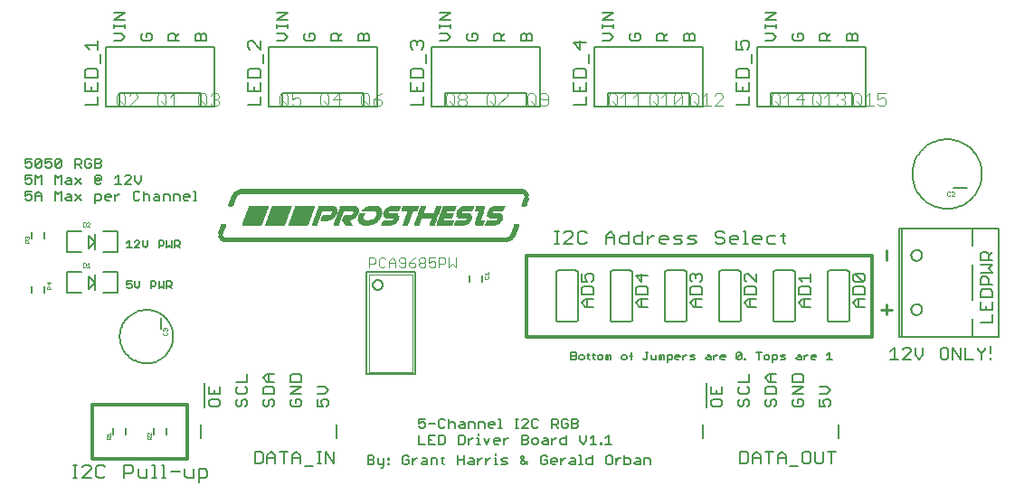
<source format=gto>
G75*
G70*
%OFA0B0*%
%FSLAX24Y24*%
%IPPOS*%
%LPD*%
%AMOC8*
5,1,8,0,0,1.08239X$1,22.5*
%
%ADD10C,0.0120*%
%ADD11C,0.0080*%
%ADD12C,0.0050*%
%ADD13C,0.0060*%
%ADD14C,0.0110*%
%ADD15C,0.0020*%
%ADD16C,0.0040*%
%ADD17C,0.0010*%
%ADD18R,1.0430X0.0010*%
%ADD19R,1.0500X0.0010*%
%ADD20R,1.0560X0.0010*%
%ADD21R,1.0600X0.0010*%
%ADD22R,1.0630X0.0010*%
%ADD23R,1.0670X0.0010*%
%ADD24R,1.0700X0.0010*%
%ADD25R,1.0720X0.0010*%
%ADD26R,1.0750X0.0010*%
%ADD27R,1.0770X0.0010*%
%ADD28R,1.0790X0.0010*%
%ADD29R,1.0800X0.0010*%
%ADD30R,1.0820X0.0010*%
%ADD31R,1.0840X0.0010*%
%ADD32R,1.0850X0.0010*%
%ADD33R,0.0250X0.0010*%
%ADD34R,0.0310X0.0010*%
%ADD35R,0.0210X0.0010*%
%ADD36R,0.0270X0.0010*%
%ADD37R,0.0190X0.0010*%
%ADD38R,0.0230X0.0010*%
%ADD39R,0.0180X0.0010*%
%ADD40R,0.0220X0.0010*%
%ADD41R,0.0170X0.0010*%
%ADD42R,0.0160X0.0010*%
%ADD43R,0.0200X0.0010*%
%ADD44R,0.0700X0.0010*%
%ADD45R,0.0710X0.0010*%
%ADD46R,0.0260X0.0010*%
%ADD47R,0.0390X0.0010*%
%ADD48R,0.0570X0.0010*%
%ADD49R,0.0280X0.0010*%
%ADD50R,0.0380X0.0010*%
%ADD51R,0.0350X0.0010*%
%ADD52R,0.0420X0.0010*%
%ADD53R,0.0580X0.0010*%
%ADD54R,0.0300X0.0010*%
%ADD55R,0.0400X0.0010*%
%ADD56R,0.0440X0.0010*%
%ADD57R,0.0450X0.0010*%
%ADD58R,0.0460X0.0010*%
%ADD59R,0.0320X0.0010*%
%ADD60R,0.0490X0.0010*%
%ADD61R,0.0480X0.0010*%
%ADD62R,0.0330X0.0010*%
%ADD63R,0.0520X0.0010*%
%ADD64R,0.0550X0.0010*%
%ADD65R,0.0500X0.0010*%
%ADD66R,0.0510X0.0010*%
%ADD67R,0.0340X0.0010*%
%ADD68R,0.0600X0.0010*%
%ADD69R,0.0620X0.0010*%
%ADD70R,0.0530X0.0010*%
%ADD71R,0.0640X0.0010*%
%ADD72R,0.0540X0.0010*%
%ADD73R,0.0660X0.0010*%
%ADD74R,0.0680X0.0010*%
%ADD75R,0.0730X0.0010*%
%ADD76R,0.0560X0.0010*%
%ADD77R,0.0740X0.0010*%
%ADD78R,0.0750X0.0010*%
%ADD79R,0.0290X0.0010*%
%ADD80R,0.0370X0.0010*%
%ADD81R,0.0360X0.0010*%
%ADD82R,0.0240X0.0010*%
%ADD83R,0.0410X0.0010*%
%ADD84R,0.0430X0.0010*%
%ADD85R,0.0470X0.0010*%
%ADD86R,0.0760X0.0010*%
%ADD87R,0.0590X0.0010*%
%ADD88R,0.0720X0.0010*%
%ADD89R,0.0690X0.0010*%
%ADD90R,0.0670X0.0010*%
%ADD91R,0.0650X0.0010*%
%ADD92R,0.0630X0.0010*%
%ADD93R,0.0610X0.0010*%
%ADD94R,1.0860X0.0010*%
%ADD95R,1.0830X0.0010*%
%ADD96R,1.0730X0.0010*%
%ADD97R,1.0680X0.0010*%
%ADD98R,1.0650X0.0010*%
%ADD99R,1.0610X0.0010*%
%ADD100R,1.0570X0.0010*%
%ADD101R,1.0520X0.0010*%
%ADD102R,1.0460X0.0010*%
%ADD103R,1.0310X0.0010*%
D10*
X003600Y001100D02*
X007100Y001100D01*
X007100Y003100D01*
X003600Y003100D01*
X003600Y001100D01*
X019600Y005600D02*
X032350Y005600D01*
X032350Y008600D01*
X019600Y008600D01*
X019600Y005600D01*
D11*
X003050Y000390D02*
X002890Y000390D01*
X002970Y000390D02*
X002970Y000870D01*
X002890Y000870D02*
X003050Y000870D01*
X003234Y000790D02*
X003314Y000870D01*
X003474Y000870D01*
X003554Y000790D01*
X003554Y000710D01*
X003234Y000390D01*
X003554Y000390D01*
X003749Y000470D02*
X003829Y000390D01*
X003990Y000390D01*
X004070Y000470D01*
X003749Y000470D02*
X003749Y000790D01*
X003829Y000870D01*
X003990Y000870D01*
X004070Y000790D01*
X004781Y000870D02*
X004781Y000390D01*
X004781Y000550D02*
X005021Y000550D01*
X005101Y000630D01*
X005101Y000790D01*
X005021Y000870D01*
X004781Y000870D01*
X005296Y000710D02*
X005296Y000470D01*
X005376Y000390D01*
X005617Y000390D01*
X005617Y000710D01*
X005812Y000870D02*
X005892Y000870D01*
X005892Y000390D01*
X005812Y000390D02*
X005972Y000390D01*
X006156Y000390D02*
X006316Y000390D01*
X006236Y000390D02*
X006236Y000870D01*
X006156Y000870D01*
X006499Y000630D02*
X006820Y000630D01*
X007015Y000710D02*
X007015Y000470D01*
X007095Y000390D01*
X007335Y000390D01*
X007335Y000710D01*
X007531Y000710D02*
X007771Y000710D01*
X007851Y000630D01*
X007851Y000470D01*
X007771Y000390D01*
X007531Y000390D01*
X007531Y000230D02*
X007531Y000710D01*
X007600Y001850D02*
X007600Y002350D01*
X007730Y002975D02*
X007730Y003896D01*
X007890Y003756D02*
X007890Y003475D01*
X008310Y003475D01*
X008310Y003756D01*
X008100Y003616D02*
X008100Y003475D01*
X008240Y003295D02*
X007960Y003295D01*
X007890Y003225D01*
X007890Y003085D01*
X007960Y003015D01*
X008240Y003015D01*
X008310Y003085D01*
X008310Y003225D01*
X008240Y003295D01*
X008890Y003225D02*
X008890Y003085D01*
X008960Y003015D01*
X009030Y003015D01*
X009100Y003085D01*
X009100Y003225D01*
X009170Y003295D01*
X009240Y003295D01*
X009310Y003225D01*
X009310Y003085D01*
X009240Y003015D01*
X008960Y003295D02*
X008890Y003225D01*
X008960Y003475D02*
X009240Y003475D01*
X009310Y003545D01*
X009310Y003686D01*
X009240Y003756D01*
X009310Y003936D02*
X008890Y003936D01*
X008960Y003756D02*
X008890Y003686D01*
X008890Y003545D01*
X008960Y003475D01*
X009310Y003936D02*
X009310Y004216D01*
X009890Y004076D02*
X010030Y004216D01*
X010310Y004216D01*
X010100Y004216D02*
X010100Y003936D01*
X010030Y003936D02*
X009890Y004076D01*
X010030Y003936D02*
X010310Y003936D01*
X010240Y003756D02*
X009960Y003756D01*
X009890Y003686D01*
X009890Y003475D01*
X010310Y003475D01*
X010310Y003686D01*
X010240Y003756D01*
X010240Y003295D02*
X010310Y003225D01*
X010310Y003085D01*
X010240Y003015D01*
X010100Y003085D02*
X010100Y003225D01*
X010170Y003295D01*
X010240Y003295D01*
X009960Y003295D02*
X009890Y003225D01*
X009890Y003085D01*
X009960Y003015D01*
X010030Y003015D01*
X010100Y003085D01*
X010890Y003085D02*
X010960Y003015D01*
X011240Y003015D01*
X011310Y003085D01*
X011310Y003225D01*
X011240Y003295D01*
X011100Y003295D01*
X011100Y003155D01*
X010960Y003295D02*
X010890Y003225D01*
X010890Y003085D01*
X010890Y003475D02*
X011310Y003756D01*
X010890Y003756D01*
X010890Y003936D02*
X010890Y004146D01*
X010960Y004216D01*
X011240Y004216D01*
X011310Y004146D01*
X011310Y003936D01*
X010890Y003936D01*
X010890Y003475D02*
X011310Y003475D01*
X011890Y003475D02*
X012170Y003475D01*
X012310Y003616D01*
X012170Y003756D01*
X011890Y003756D01*
X011890Y003295D02*
X011890Y003015D01*
X012100Y003015D01*
X012030Y003155D01*
X012030Y003225D01*
X012100Y003295D01*
X012240Y003295D01*
X012310Y003225D01*
X012310Y003085D01*
X012240Y003015D01*
X012600Y002350D02*
X012600Y001850D01*
X004616Y005600D02*
X004618Y005662D01*
X004624Y005725D01*
X004634Y005786D01*
X004648Y005847D01*
X004665Y005907D01*
X004686Y005966D01*
X004712Y006023D01*
X004740Y006078D01*
X004772Y006132D01*
X004808Y006183D01*
X004846Y006233D01*
X004888Y006279D01*
X004932Y006323D01*
X004980Y006364D01*
X005029Y006402D01*
X005081Y006436D01*
X005135Y006467D01*
X005191Y006495D01*
X005249Y006519D01*
X005308Y006540D01*
X005368Y006556D01*
X005429Y006569D01*
X005491Y006578D01*
X005553Y006583D01*
X005616Y006584D01*
X005678Y006581D01*
X005740Y006574D01*
X005802Y006563D01*
X005862Y006548D01*
X005922Y006530D01*
X005980Y006508D01*
X006037Y006482D01*
X006092Y006452D01*
X006145Y006419D01*
X006196Y006383D01*
X006244Y006344D01*
X006290Y006301D01*
X006333Y006256D01*
X006373Y006208D01*
X006410Y006158D01*
X006444Y006105D01*
X006475Y006051D01*
X006501Y005995D01*
X006525Y005937D01*
X006544Y005877D01*
X006560Y005817D01*
X006572Y005755D01*
X006580Y005694D01*
X006584Y005631D01*
X006584Y005569D01*
X006580Y005506D01*
X006572Y005445D01*
X006560Y005383D01*
X006544Y005323D01*
X006525Y005263D01*
X006501Y005205D01*
X006475Y005149D01*
X006444Y005095D01*
X006410Y005042D01*
X006373Y004992D01*
X006333Y004944D01*
X006290Y004899D01*
X006244Y004856D01*
X006196Y004817D01*
X006145Y004781D01*
X006092Y004748D01*
X006037Y004718D01*
X005980Y004692D01*
X005922Y004670D01*
X005862Y004652D01*
X005802Y004637D01*
X005740Y004626D01*
X005678Y004619D01*
X005616Y004616D01*
X005553Y004617D01*
X005491Y004622D01*
X005429Y004631D01*
X005368Y004644D01*
X005308Y004660D01*
X005249Y004681D01*
X005191Y004705D01*
X005135Y004733D01*
X005081Y004764D01*
X005029Y004798D01*
X004980Y004836D01*
X004932Y004877D01*
X004888Y004921D01*
X004846Y004967D01*
X004808Y005017D01*
X004772Y005068D01*
X004740Y005122D01*
X004712Y005177D01*
X004686Y005234D01*
X004665Y005293D01*
X004648Y005353D01*
X004634Y005414D01*
X004624Y005475D01*
X004618Y005538D01*
X004616Y005600D01*
X006150Y005900D02*
X006150Y006300D01*
X004545Y007206D02*
X003994Y007206D01*
X003718Y007324D02*
X003718Y007600D01*
X003482Y007364D01*
X003482Y007836D01*
X003718Y007600D01*
X003718Y007876D01*
X003994Y007994D02*
X004545Y007994D01*
X004545Y007206D01*
X003206Y007206D02*
X002655Y007206D01*
X002655Y007994D01*
X003206Y007994D01*
X003206Y008706D02*
X002655Y008706D01*
X002655Y009494D01*
X003206Y009494D01*
X003482Y009336D02*
X003482Y008864D01*
X003718Y009100D01*
X003482Y009336D01*
X003718Y009376D02*
X003718Y009100D01*
X003718Y008824D01*
X003994Y008706D02*
X004545Y008706D01*
X004545Y009494D01*
X003994Y009494D01*
X003810Y014140D02*
X003330Y014140D01*
X003810Y014140D02*
X003810Y014460D01*
X003810Y014656D02*
X003330Y014656D01*
X003330Y014976D01*
X003330Y015171D02*
X003330Y015411D01*
X003410Y015492D01*
X003730Y015492D01*
X003810Y015411D01*
X003810Y015171D01*
X003330Y015171D01*
X003810Y014976D02*
X003810Y014656D01*
X003570Y014656D02*
X003570Y014816D01*
X003890Y015687D02*
X003890Y016007D01*
X003810Y016203D02*
X003810Y016523D01*
X003810Y016363D02*
X003330Y016363D01*
X003490Y016203D01*
X004390Y016515D02*
X004670Y016515D01*
X004810Y016655D01*
X004670Y016795D01*
X004390Y016795D01*
X004390Y016975D02*
X004390Y017116D01*
X004390Y017045D02*
X004810Y017045D01*
X004810Y016975D02*
X004810Y017116D01*
X004810Y017282D02*
X004390Y017282D01*
X004810Y017563D01*
X004390Y017563D01*
X005390Y016725D02*
X005460Y016795D01*
X005390Y016725D02*
X005390Y016585D01*
X005460Y016515D01*
X005740Y016515D01*
X005810Y016585D01*
X005810Y016725D01*
X005740Y016795D01*
X005600Y016795D01*
X005600Y016655D01*
X006390Y016725D02*
X006390Y016515D01*
X006810Y016515D01*
X006670Y016515D02*
X006670Y016725D01*
X006600Y016795D01*
X006460Y016795D01*
X006390Y016725D01*
X006670Y016655D02*
X006810Y016795D01*
X007390Y016725D02*
X007390Y016515D01*
X007810Y016515D01*
X007810Y016725D01*
X007740Y016795D01*
X007670Y016795D01*
X007600Y016725D01*
X007600Y016515D01*
X007600Y016725D02*
X007530Y016795D01*
X007460Y016795D01*
X007390Y016725D01*
X009330Y016443D02*
X009330Y016283D01*
X009410Y016203D01*
X009330Y016443D02*
X009410Y016523D01*
X009490Y016523D01*
X009810Y016203D01*
X009810Y016523D01*
X010390Y016515D02*
X010670Y016515D01*
X010810Y016655D01*
X010670Y016795D01*
X010390Y016795D01*
X010390Y016975D02*
X010390Y017116D01*
X010390Y017045D02*
X010810Y017045D01*
X010810Y016975D02*
X010810Y017116D01*
X010810Y017282D02*
X010390Y017282D01*
X010810Y017563D01*
X010390Y017563D01*
X011390Y016725D02*
X011460Y016795D01*
X011390Y016725D02*
X011390Y016585D01*
X011460Y016515D01*
X011740Y016515D01*
X011810Y016585D01*
X011810Y016725D01*
X011740Y016795D01*
X011600Y016795D01*
X011600Y016655D01*
X012390Y016725D02*
X012390Y016515D01*
X012810Y016515D01*
X012670Y016515D02*
X012670Y016725D01*
X012600Y016795D01*
X012460Y016795D01*
X012390Y016725D01*
X012670Y016655D02*
X012810Y016795D01*
X013390Y016725D02*
X013390Y016515D01*
X013810Y016515D01*
X013810Y016725D01*
X013740Y016795D01*
X013670Y016795D01*
X013600Y016725D01*
X013600Y016515D01*
X013600Y016725D02*
X013530Y016795D01*
X013460Y016795D01*
X013390Y016725D01*
X015330Y016443D02*
X015330Y016283D01*
X015410Y016203D01*
X015570Y016363D02*
X015570Y016443D01*
X015650Y016523D01*
X015730Y016523D01*
X015810Y016443D01*
X015810Y016283D01*
X015730Y016203D01*
X015570Y016443D02*
X015490Y016523D01*
X015410Y016523D01*
X015330Y016443D01*
X016390Y016515D02*
X016670Y016515D01*
X016810Y016655D01*
X016670Y016795D01*
X016390Y016795D01*
X016390Y016975D02*
X016390Y017116D01*
X016390Y017045D02*
X016810Y017045D01*
X016810Y016975D02*
X016810Y017116D01*
X016810Y017282D02*
X016390Y017282D01*
X016810Y017563D01*
X016390Y017563D01*
X017390Y016725D02*
X017460Y016795D01*
X017390Y016725D02*
X017390Y016585D01*
X017460Y016515D01*
X017740Y016515D01*
X017810Y016585D01*
X017810Y016725D01*
X017740Y016795D01*
X017600Y016795D01*
X017600Y016655D01*
X018390Y016725D02*
X018390Y016515D01*
X018810Y016515D01*
X018670Y016515D02*
X018670Y016725D01*
X018600Y016795D01*
X018460Y016795D01*
X018390Y016725D01*
X018670Y016655D02*
X018810Y016795D01*
X019390Y016725D02*
X019460Y016795D01*
X019530Y016795D01*
X019600Y016725D01*
X019600Y016515D01*
X019810Y016515D02*
X019810Y016725D01*
X019740Y016795D01*
X019670Y016795D01*
X019600Y016725D01*
X019390Y016725D02*
X019390Y016515D01*
X019810Y016515D01*
X021330Y016443D02*
X021570Y016203D01*
X021570Y016523D01*
X021810Y016443D02*
X021330Y016443D01*
X021890Y016007D02*
X021890Y015687D01*
X021730Y015492D02*
X021410Y015492D01*
X021330Y015411D01*
X021330Y015171D01*
X021810Y015171D01*
X021810Y015411D01*
X021730Y015492D01*
X021810Y014976D02*
X021810Y014656D01*
X021330Y014656D01*
X021330Y014976D01*
X021570Y014816D02*
X021570Y014656D01*
X021810Y014460D02*
X021810Y014140D01*
X021330Y014140D01*
X022390Y016515D02*
X022670Y016515D01*
X022810Y016655D01*
X022670Y016795D01*
X022390Y016795D01*
X022390Y016975D02*
X022390Y017116D01*
X022390Y017045D02*
X022810Y017045D01*
X022810Y016975D02*
X022810Y017116D01*
X022810Y017282D02*
X022390Y017282D01*
X022810Y017563D01*
X022390Y017563D01*
X023390Y016725D02*
X023460Y016795D01*
X023390Y016725D02*
X023390Y016585D01*
X023460Y016515D01*
X023740Y016515D01*
X023810Y016585D01*
X023810Y016725D01*
X023740Y016795D01*
X023600Y016795D01*
X023600Y016655D01*
X024390Y016725D02*
X024390Y016515D01*
X024810Y016515D01*
X024670Y016515D02*
X024670Y016725D01*
X024600Y016795D01*
X024460Y016795D01*
X024390Y016725D01*
X024670Y016655D02*
X024810Y016795D01*
X025390Y016725D02*
X025460Y016795D01*
X025530Y016795D01*
X025600Y016725D01*
X025600Y016515D01*
X025810Y016515D02*
X025810Y016725D01*
X025740Y016795D01*
X025670Y016795D01*
X025600Y016725D01*
X025390Y016725D02*
X025390Y016515D01*
X025810Y016515D01*
X027330Y016523D02*
X027330Y016203D01*
X027570Y016203D01*
X027490Y016363D01*
X027490Y016443D01*
X027570Y016523D01*
X027730Y016523D01*
X027810Y016443D01*
X027810Y016283D01*
X027730Y016203D01*
X027890Y016007D02*
X027890Y015687D01*
X027730Y015492D02*
X027410Y015492D01*
X027330Y015411D01*
X027330Y015171D01*
X027810Y015171D01*
X027810Y015411D01*
X027730Y015492D01*
X027810Y014976D02*
X027810Y014656D01*
X027330Y014656D01*
X027330Y014976D01*
X027570Y014816D02*
X027570Y014656D01*
X027810Y014460D02*
X027810Y014140D01*
X027330Y014140D01*
X028390Y016515D02*
X028670Y016515D01*
X028810Y016655D01*
X028670Y016795D01*
X028390Y016795D01*
X028390Y016975D02*
X028390Y017116D01*
X028390Y017045D02*
X028810Y017045D01*
X028810Y016975D02*
X028810Y017116D01*
X028810Y017282D02*
X028390Y017282D01*
X028810Y017563D01*
X028390Y017563D01*
X029390Y016725D02*
X029460Y016795D01*
X029390Y016725D02*
X029390Y016585D01*
X029460Y016515D01*
X029740Y016515D01*
X029810Y016585D01*
X029810Y016725D01*
X029740Y016795D01*
X029600Y016795D01*
X029600Y016655D01*
X030390Y016725D02*
X030390Y016515D01*
X030810Y016515D01*
X030670Y016515D02*
X030670Y016725D01*
X030600Y016795D01*
X030460Y016795D01*
X030390Y016725D01*
X030670Y016655D02*
X030810Y016795D01*
X031390Y016725D02*
X031390Y016515D01*
X031810Y016515D01*
X031810Y016725D01*
X031740Y016795D01*
X031670Y016795D01*
X031600Y016725D01*
X031600Y016515D01*
X031600Y016725D02*
X031530Y016795D01*
X031460Y016795D01*
X031390Y016725D01*
X033820Y011600D02*
X033822Y011671D01*
X033828Y011742D01*
X033838Y011813D01*
X033852Y011882D01*
X033869Y011951D01*
X033891Y012019D01*
X033916Y012086D01*
X033945Y012151D01*
X033977Y012214D01*
X034013Y012276D01*
X034052Y012335D01*
X034095Y012392D01*
X034140Y012447D01*
X034189Y012499D01*
X034240Y012548D01*
X034294Y012594D01*
X034351Y012638D01*
X034409Y012678D01*
X034470Y012714D01*
X034533Y012748D01*
X034598Y012777D01*
X034664Y012803D01*
X034732Y012826D01*
X034800Y012844D01*
X034870Y012859D01*
X034940Y012870D01*
X035011Y012877D01*
X035082Y012880D01*
X035153Y012879D01*
X035224Y012874D01*
X035295Y012865D01*
X035365Y012852D01*
X035434Y012836D01*
X035502Y012815D01*
X035569Y012791D01*
X035635Y012763D01*
X035698Y012731D01*
X035760Y012696D01*
X035820Y012658D01*
X035878Y012616D01*
X035933Y012572D01*
X035986Y012524D01*
X036036Y012473D01*
X036083Y012420D01*
X036127Y012364D01*
X036168Y012306D01*
X036206Y012245D01*
X036240Y012183D01*
X036270Y012118D01*
X036297Y012053D01*
X036321Y011985D01*
X036340Y011917D01*
X036356Y011848D01*
X036368Y011777D01*
X036376Y011707D01*
X036380Y011636D01*
X036380Y011564D01*
X036376Y011493D01*
X036368Y011423D01*
X036356Y011352D01*
X036340Y011283D01*
X036321Y011215D01*
X036297Y011147D01*
X036270Y011082D01*
X036240Y011017D01*
X036206Y010955D01*
X036168Y010894D01*
X036127Y010836D01*
X036083Y010780D01*
X036036Y010727D01*
X035986Y010676D01*
X035933Y010628D01*
X035878Y010584D01*
X035820Y010542D01*
X035760Y010504D01*
X035698Y010469D01*
X035635Y010437D01*
X035569Y010409D01*
X035502Y010385D01*
X035434Y010364D01*
X035365Y010348D01*
X035295Y010335D01*
X035224Y010326D01*
X035153Y010321D01*
X035082Y010320D01*
X035011Y010323D01*
X034940Y010330D01*
X034870Y010341D01*
X034800Y010356D01*
X034732Y010374D01*
X034664Y010397D01*
X034598Y010423D01*
X034533Y010452D01*
X034470Y010486D01*
X034409Y010522D01*
X034351Y010562D01*
X034294Y010606D01*
X034240Y010652D01*
X034189Y010701D01*
X034140Y010753D01*
X034095Y010808D01*
X034052Y010865D01*
X034013Y010924D01*
X033977Y010986D01*
X033945Y011049D01*
X033916Y011114D01*
X033891Y011181D01*
X033869Y011249D01*
X033852Y011318D01*
X033838Y011387D01*
X033828Y011458D01*
X033822Y011529D01*
X033820Y011600D01*
X035350Y011100D02*
X035850Y011100D01*
X029136Y009335D02*
X028976Y009335D01*
X029056Y009415D02*
X029056Y009095D01*
X029136Y009015D01*
X028781Y009015D02*
X028541Y009015D01*
X028461Y009095D01*
X028461Y009255D01*
X028541Y009335D01*
X028781Y009335D01*
X028265Y009255D02*
X028265Y009175D01*
X027945Y009175D01*
X027945Y009095D02*
X027945Y009255D01*
X028025Y009335D01*
X028185Y009335D01*
X028265Y009255D01*
X028185Y009015D02*
X028025Y009015D01*
X027945Y009095D01*
X027761Y009015D02*
X027601Y009015D01*
X027681Y009015D02*
X027681Y009495D01*
X027601Y009495D01*
X027406Y009255D02*
X027326Y009335D01*
X027166Y009335D01*
X027085Y009255D01*
X027085Y009095D01*
X027166Y009015D01*
X027326Y009015D01*
X027406Y009175D02*
X027085Y009175D01*
X026890Y009175D02*
X026890Y009095D01*
X026810Y009015D01*
X026650Y009015D01*
X026570Y009095D01*
X026650Y009255D02*
X026810Y009255D01*
X026890Y009175D01*
X026890Y009415D02*
X026810Y009495D01*
X026650Y009495D01*
X026570Y009415D01*
X026570Y009335D01*
X026650Y009255D01*
X027406Y009255D02*
X027406Y009175D01*
X025859Y009095D02*
X025779Y009175D01*
X025619Y009175D01*
X025539Y009255D01*
X025619Y009335D01*
X025859Y009335D01*
X025343Y009335D02*
X025103Y009335D01*
X025023Y009255D01*
X025103Y009175D01*
X025263Y009175D01*
X025343Y009095D01*
X025263Y009015D01*
X025023Y009015D01*
X024828Y009175D02*
X024507Y009175D01*
X024507Y009095D02*
X024507Y009255D01*
X024587Y009335D01*
X024748Y009335D01*
X024828Y009255D01*
X024828Y009175D01*
X024748Y009015D02*
X024587Y009015D01*
X024507Y009095D01*
X024238Y009335D02*
X024078Y009175D01*
X024078Y009015D02*
X024078Y009335D01*
X024238Y009335D02*
X024318Y009335D01*
X023882Y009335D02*
X023642Y009335D01*
X023562Y009255D01*
X023562Y009095D01*
X023642Y009015D01*
X023882Y009015D01*
X023882Y009495D01*
X023367Y009495D02*
X023367Y009015D01*
X023126Y009015D01*
X023046Y009095D01*
X023046Y009255D01*
X023126Y009335D01*
X023367Y009335D01*
X022851Y009335D02*
X022851Y009015D01*
X022851Y009255D02*
X022531Y009255D01*
X022531Y009335D02*
X022531Y009015D01*
X022531Y009335D02*
X022691Y009495D01*
X022851Y009335D01*
X021820Y009415D02*
X021740Y009495D01*
X021579Y009495D01*
X021499Y009415D01*
X021499Y009095D01*
X021579Y009015D01*
X021740Y009015D01*
X021820Y009095D01*
X021304Y009015D02*
X020984Y009015D01*
X021304Y009335D01*
X021304Y009415D01*
X021224Y009495D01*
X021064Y009495D01*
X020984Y009415D01*
X020800Y009495D02*
X020640Y009495D01*
X020720Y009495D02*
X020720Y009015D01*
X020640Y009015D02*
X020800Y009015D01*
X025539Y009015D02*
X025779Y009015D01*
X025859Y009095D01*
X033015Y005045D02*
X033155Y005185D01*
X033155Y004765D01*
X033015Y004765D02*
X033295Y004765D01*
X033475Y004765D02*
X033756Y005045D01*
X033756Y005115D01*
X033686Y005185D01*
X033545Y005185D01*
X033475Y005115D01*
X033936Y005185D02*
X033936Y004905D01*
X034076Y004765D01*
X034216Y004905D01*
X034216Y005185D01*
X033756Y004765D02*
X033475Y004765D01*
X034857Y004835D02*
X034927Y004765D01*
X035067Y004765D01*
X035137Y004835D01*
X035137Y005115D01*
X035067Y005185D01*
X034927Y005185D01*
X034857Y005115D01*
X034857Y004835D01*
X035317Y004765D02*
X035317Y005185D01*
X035597Y004765D01*
X035597Y005185D01*
X035777Y005185D02*
X035777Y004765D01*
X036058Y004765D01*
X036378Y004765D02*
X036378Y004975D01*
X036518Y005115D01*
X036518Y005185D01*
X036698Y005255D02*
X036698Y004975D01*
X036698Y004835D02*
X036698Y004765D01*
X036378Y004975D02*
X036238Y005115D01*
X036238Y005185D01*
X030810Y003616D02*
X030670Y003756D01*
X030390Y003756D01*
X030390Y003475D02*
X030670Y003475D01*
X030810Y003616D01*
X030740Y003295D02*
X030810Y003225D01*
X030810Y003085D01*
X030740Y003015D01*
X030600Y003015D02*
X030530Y003155D01*
X030530Y003225D01*
X030600Y003295D01*
X030740Y003295D01*
X030390Y003295D02*
X030390Y003015D01*
X030600Y003015D01*
X029810Y003085D02*
X029810Y003225D01*
X029740Y003295D01*
X029600Y003295D01*
X029600Y003155D01*
X029740Y003015D02*
X029810Y003085D01*
X029740Y003015D02*
X029460Y003015D01*
X029390Y003085D01*
X029390Y003225D01*
X029460Y003295D01*
X029390Y003475D02*
X029810Y003756D01*
X029390Y003756D01*
X029390Y003936D02*
X029390Y004146D01*
X029460Y004216D01*
X029740Y004216D01*
X029810Y004146D01*
X029810Y003936D01*
X029390Y003936D01*
X029390Y003475D02*
X029810Y003475D01*
X028810Y003475D02*
X028810Y003686D01*
X028740Y003756D01*
X028460Y003756D01*
X028390Y003686D01*
X028390Y003475D01*
X028810Y003475D01*
X028740Y003295D02*
X028810Y003225D01*
X028810Y003085D01*
X028740Y003015D01*
X028600Y003085D02*
X028600Y003225D01*
X028670Y003295D01*
X028740Y003295D01*
X028460Y003295D02*
X028390Y003225D01*
X028390Y003085D01*
X028460Y003015D01*
X028530Y003015D01*
X028600Y003085D01*
X027810Y003085D02*
X027740Y003015D01*
X027810Y003085D02*
X027810Y003225D01*
X027740Y003295D01*
X027670Y003295D01*
X027600Y003225D01*
X027600Y003085D01*
X027530Y003015D01*
X027460Y003015D01*
X027390Y003085D01*
X027390Y003225D01*
X027460Y003295D01*
X027460Y003475D02*
X027740Y003475D01*
X027810Y003545D01*
X027810Y003686D01*
X027740Y003756D01*
X027810Y003936D02*
X027390Y003936D01*
X027460Y003756D02*
X027390Y003686D01*
X027390Y003545D01*
X027460Y003475D01*
X026810Y003475D02*
X026810Y003756D01*
X026600Y003616D02*
X026600Y003475D01*
X026390Y003475D02*
X026810Y003475D01*
X026740Y003295D02*
X026460Y003295D01*
X026390Y003225D01*
X026390Y003085D01*
X026460Y003015D01*
X026740Y003015D01*
X026810Y003085D01*
X026810Y003225D01*
X026740Y003295D01*
X026390Y003475D02*
X026390Y003756D01*
X026230Y003896D02*
X026230Y002975D01*
X026100Y002350D02*
X026100Y001850D01*
X027810Y003936D02*
X027810Y004216D01*
X028390Y004076D02*
X028530Y003936D01*
X028810Y003936D01*
X028600Y003936D02*
X028600Y004216D01*
X028530Y004216D02*
X028810Y004216D01*
X028530Y004216D02*
X028390Y004076D01*
X031100Y002350D02*
X031100Y001850D01*
X015810Y014140D02*
X015330Y014140D01*
X015810Y014140D02*
X015810Y014460D01*
X015810Y014656D02*
X015330Y014656D01*
X015330Y014976D01*
X015330Y015171D02*
X015330Y015411D01*
X015410Y015492D01*
X015730Y015492D01*
X015810Y015411D01*
X015810Y015171D01*
X015330Y015171D01*
X015810Y014976D02*
X015810Y014656D01*
X015570Y014656D02*
X015570Y014816D01*
X015890Y015687D02*
X015890Y016007D01*
X009890Y016007D02*
X009890Y015687D01*
X009730Y015492D02*
X009410Y015492D01*
X009330Y015411D01*
X009330Y015171D01*
X009810Y015171D01*
X009810Y015411D01*
X009730Y015492D01*
X009810Y014976D02*
X009810Y014656D01*
X009330Y014656D01*
X009330Y014976D01*
X009570Y014816D02*
X009570Y014656D01*
X009810Y014460D02*
X009810Y014140D01*
X009330Y014140D01*
D12*
X010100Y014100D02*
X010600Y014100D01*
X010600Y014600D01*
X013600Y014600D01*
X013600Y014100D01*
X010600Y014100D01*
X010100Y014100D02*
X010100Y016300D01*
X014100Y016300D01*
X014100Y014100D01*
X013600Y014100D01*
X016100Y014100D02*
X016600Y014100D01*
X016600Y014600D01*
X019600Y014600D01*
X019600Y014100D01*
X016600Y014100D01*
X016100Y014100D02*
X016100Y016300D01*
X020100Y016300D01*
X020100Y014100D01*
X019600Y014100D01*
X022100Y014100D02*
X022600Y014100D01*
X022600Y014600D01*
X025600Y014600D01*
X025600Y014100D01*
X022600Y014100D01*
X022100Y014100D02*
X022100Y016300D01*
X026100Y016300D01*
X026100Y014100D01*
X025600Y014100D01*
X028100Y014100D02*
X028600Y014100D01*
X028600Y014600D01*
X031600Y014600D01*
X031600Y014100D01*
X028600Y014100D01*
X028100Y014100D02*
X028100Y016300D01*
X032100Y016300D01*
X032100Y014100D01*
X031600Y014100D01*
X036400Y008727D02*
X036550Y008727D01*
X036625Y008652D01*
X036625Y008427D01*
X036775Y008427D02*
X036325Y008427D01*
X036325Y008652D01*
X036400Y008727D01*
X036625Y008577D02*
X036775Y008727D01*
X036775Y008267D02*
X036325Y008267D01*
X036625Y008117D02*
X036775Y008267D01*
X036625Y008117D02*
X036775Y007967D01*
X036325Y007967D01*
X036400Y007806D02*
X036550Y007806D01*
X036625Y007731D01*
X036625Y007506D01*
X036775Y007506D02*
X036325Y007506D01*
X036325Y007731D01*
X036400Y007806D01*
X036400Y007346D02*
X036325Y007271D01*
X036325Y007046D01*
X036775Y007046D01*
X036775Y007271D01*
X036700Y007346D01*
X036400Y007346D01*
X036325Y006886D02*
X036325Y006585D01*
X036775Y006585D01*
X036775Y006886D01*
X036550Y006736D02*
X036550Y006585D01*
X036775Y006425D02*
X036775Y006125D01*
X036325Y006125D01*
X032075Y006694D02*
X031775Y006694D01*
X031625Y006844D01*
X031775Y006994D01*
X032075Y006994D01*
X032075Y007154D02*
X032075Y007379D01*
X032000Y007454D01*
X031700Y007454D01*
X031625Y007379D01*
X031625Y007154D01*
X032075Y007154D01*
X031850Y006994D02*
X031850Y006694D01*
X032000Y007615D02*
X031700Y007915D01*
X032000Y007915D01*
X032075Y007840D01*
X032075Y007690D01*
X032000Y007615D01*
X031700Y007615D01*
X031625Y007690D01*
X031625Y007840D01*
X031700Y007915D01*
X030075Y007915D02*
X030075Y007615D01*
X030075Y007765D02*
X029625Y007765D01*
X029775Y007615D01*
X029700Y007454D02*
X029625Y007379D01*
X029625Y007154D01*
X030075Y007154D01*
X030075Y007379D01*
X030000Y007454D01*
X029700Y007454D01*
X029775Y006994D02*
X030075Y006994D01*
X029850Y006994D02*
X029850Y006694D01*
X029775Y006694D02*
X029625Y006844D01*
X029775Y006994D01*
X029775Y006694D02*
X030075Y006694D01*
X028075Y006694D02*
X027775Y006694D01*
X027625Y006844D01*
X027775Y006994D01*
X028075Y006994D01*
X028075Y007154D02*
X027625Y007154D01*
X027625Y007379D01*
X027700Y007454D01*
X028000Y007454D01*
X028075Y007379D01*
X028075Y007154D01*
X027850Y006994D02*
X027850Y006694D01*
X026075Y006694D02*
X025775Y006694D01*
X025625Y006844D01*
X025775Y006994D01*
X026075Y006994D01*
X026075Y007154D02*
X025625Y007154D01*
X025625Y007379D01*
X025700Y007454D01*
X026000Y007454D01*
X026075Y007379D01*
X026075Y007154D01*
X025850Y006994D02*
X025850Y006694D01*
X024075Y006694D02*
X023775Y006694D01*
X023625Y006844D01*
X023775Y006994D01*
X024075Y006994D01*
X024075Y007154D02*
X024075Y007379D01*
X024000Y007454D01*
X023700Y007454D01*
X023625Y007379D01*
X023625Y007154D01*
X024075Y007154D01*
X023850Y006994D02*
X023850Y006694D01*
X023850Y007615D02*
X023850Y007915D01*
X024075Y007840D02*
X023625Y007840D01*
X023850Y007615D01*
X025625Y007690D02*
X025700Y007615D01*
X025625Y007690D02*
X025625Y007840D01*
X025700Y007915D01*
X025775Y007915D01*
X025850Y007840D01*
X025925Y007915D01*
X026000Y007915D01*
X026075Y007840D01*
X026075Y007690D01*
X026000Y007615D01*
X025850Y007765D02*
X025850Y007840D01*
X027625Y007840D02*
X027625Y007690D01*
X027700Y007615D01*
X027775Y007915D02*
X028075Y007615D01*
X028075Y007915D01*
X027775Y007915D02*
X027700Y007915D01*
X027625Y007840D01*
X022075Y007840D02*
X022075Y007690D01*
X022000Y007615D01*
X021850Y007615D02*
X021775Y007765D01*
X021775Y007840D01*
X021850Y007915D01*
X022000Y007915D01*
X022075Y007840D01*
X021625Y007915D02*
X021625Y007615D01*
X021850Y007615D01*
X022000Y007454D02*
X021700Y007454D01*
X021625Y007379D01*
X021625Y007154D01*
X022075Y007154D01*
X022075Y007379D01*
X022000Y007454D01*
X022075Y006994D02*
X021775Y006994D01*
X021625Y006844D01*
X021775Y006694D01*
X022075Y006694D01*
X021850Y006694D02*
X021850Y006994D01*
X021884Y004975D02*
X021884Y004795D01*
X021929Y004750D01*
X022081Y004795D02*
X022126Y004750D01*
X022081Y004795D02*
X022081Y004975D01*
X022036Y004930D02*
X022126Y004930D01*
X022232Y004885D02*
X022232Y004795D01*
X022277Y004750D01*
X022367Y004750D01*
X022412Y004795D01*
X022412Y004885D01*
X022367Y004930D01*
X022277Y004930D01*
X022232Y004885D01*
X022527Y004930D02*
X022572Y004930D01*
X022617Y004885D01*
X022662Y004930D01*
X022707Y004885D01*
X022707Y004750D01*
X022617Y004750D02*
X022617Y004885D01*
X022527Y004930D02*
X022527Y004750D01*
X023116Y004795D02*
X023161Y004750D01*
X023251Y004750D01*
X023296Y004795D01*
X023296Y004885D01*
X023251Y004930D01*
X023161Y004930D01*
X023116Y004885D01*
X023116Y004795D01*
X023411Y004885D02*
X023501Y004885D01*
X023456Y004975D02*
X023456Y004750D01*
X023456Y004975D02*
X023501Y005020D01*
X023902Y004795D02*
X023947Y004750D01*
X023992Y004750D01*
X024037Y004795D01*
X024037Y005020D01*
X023992Y005020D02*
X024082Y005020D01*
X024197Y004930D02*
X024197Y004795D01*
X024242Y004750D01*
X024377Y004750D01*
X024377Y004930D01*
X024491Y004930D02*
X024491Y004750D01*
X024581Y004750D02*
X024581Y004885D01*
X024626Y004930D01*
X024671Y004885D01*
X024671Y004750D01*
X024786Y004750D02*
X024921Y004750D01*
X024966Y004795D01*
X024966Y004885D01*
X024921Y004930D01*
X024786Y004930D01*
X024786Y004660D01*
X024581Y004885D02*
X024536Y004930D01*
X024491Y004930D01*
X025080Y004885D02*
X025126Y004930D01*
X025216Y004930D01*
X025261Y004885D01*
X025261Y004840D01*
X025080Y004840D01*
X025080Y004795D02*
X025080Y004885D01*
X025080Y004795D02*
X025126Y004750D01*
X025216Y004750D01*
X025375Y004750D02*
X025375Y004930D01*
X025375Y004840D02*
X025465Y004930D01*
X025510Y004930D01*
X025621Y004885D02*
X025666Y004930D01*
X025801Y004930D01*
X025756Y004840D02*
X025666Y004840D01*
X025621Y004885D01*
X025621Y004750D02*
X025756Y004750D01*
X025801Y004795D01*
X025756Y004840D01*
X026210Y004795D02*
X026255Y004840D01*
X026390Y004840D01*
X026390Y004885D02*
X026390Y004750D01*
X026255Y004750D01*
X026210Y004795D01*
X026255Y004930D02*
X026345Y004930D01*
X026390Y004885D01*
X026505Y004840D02*
X026595Y004930D01*
X026640Y004930D01*
X026750Y004885D02*
X026795Y004930D01*
X026885Y004930D01*
X026930Y004885D01*
X026930Y004840D01*
X026750Y004840D01*
X026750Y004795D02*
X026750Y004885D01*
X026750Y004795D02*
X026795Y004750D01*
X026885Y004750D01*
X026505Y004750D02*
X026505Y004930D01*
X027339Y004975D02*
X027339Y004795D01*
X027520Y004975D01*
X027520Y004795D01*
X027475Y004750D01*
X027385Y004750D01*
X027339Y004795D01*
X027339Y004975D02*
X027385Y005020D01*
X027475Y005020D01*
X027520Y004975D01*
X027634Y004795D02*
X027679Y004795D01*
X027679Y004750D01*
X027634Y004750D01*
X027634Y004795D01*
X028076Y005020D02*
X028256Y005020D01*
X028166Y005020D02*
X028166Y004750D01*
X028371Y004795D02*
X028416Y004750D01*
X028506Y004750D01*
X028551Y004795D01*
X028551Y004885D01*
X028506Y004930D01*
X028416Y004930D01*
X028371Y004885D01*
X028371Y004795D01*
X028665Y004750D02*
X028801Y004750D01*
X028846Y004795D01*
X028846Y004885D01*
X028801Y004930D01*
X028665Y004930D01*
X028665Y004660D01*
X028960Y004750D02*
X029095Y004750D01*
X029140Y004795D01*
X029095Y004840D01*
X029005Y004840D01*
X028960Y004885D01*
X029005Y004930D01*
X029140Y004930D01*
X029549Y004795D02*
X029594Y004840D01*
X029730Y004840D01*
X029730Y004885D02*
X029730Y004750D01*
X029594Y004750D01*
X029549Y004795D01*
X029594Y004930D02*
X029684Y004930D01*
X029730Y004885D01*
X029844Y004840D02*
X029934Y004930D01*
X029979Y004930D01*
X030090Y004885D02*
X030135Y004930D01*
X030225Y004930D01*
X030270Y004885D01*
X030270Y004840D01*
X030090Y004840D01*
X030090Y004795D02*
X030090Y004885D01*
X030090Y004795D02*
X030135Y004750D01*
X030225Y004750D01*
X029844Y004750D02*
X029844Y004930D01*
X030679Y004930D02*
X030769Y005020D01*
X030769Y004750D01*
X030679Y004750D02*
X030859Y004750D01*
X030845Y001355D02*
X030845Y000905D01*
X030534Y000980D02*
X030534Y001355D01*
X030695Y001355D02*
X030995Y001355D01*
X030534Y000980D02*
X030459Y000905D01*
X030309Y000905D01*
X030234Y000980D01*
X030234Y001355D01*
X030074Y001280D02*
X029999Y001355D01*
X029849Y001355D01*
X029774Y001280D01*
X029774Y000980D01*
X029849Y000905D01*
X029999Y000905D01*
X030074Y000980D01*
X030074Y001280D01*
X029153Y001205D02*
X029153Y000905D01*
X029313Y000830D02*
X029614Y000830D01*
X029153Y001130D02*
X028853Y001130D01*
X028853Y001205D02*
X029003Y001355D01*
X029153Y001205D01*
X028853Y001205D02*
X028853Y000905D01*
X028543Y000905D02*
X028543Y001355D01*
X028393Y001355D02*
X028693Y001355D01*
X028233Y001205D02*
X028233Y000905D01*
X027932Y000905D02*
X027932Y001205D01*
X028082Y001355D01*
X028233Y001205D01*
X028233Y001130D02*
X027932Y001130D01*
X027772Y000980D02*
X027772Y001280D01*
X027697Y001355D01*
X027472Y001355D01*
X027472Y000905D01*
X027697Y000905D01*
X027772Y000980D01*
X021725Y004795D02*
X021725Y004885D01*
X021680Y004930D01*
X021590Y004930D01*
X021545Y004885D01*
X021545Y004795D01*
X021590Y004750D01*
X021680Y004750D01*
X021725Y004795D01*
X021839Y004930D02*
X021929Y004930D01*
X021430Y004930D02*
X021385Y004885D01*
X021250Y004885D01*
X021250Y004750D02*
X021385Y004750D01*
X021430Y004795D01*
X021430Y004840D01*
X021385Y004885D01*
X021430Y004930D02*
X021430Y004975D01*
X021385Y005020D01*
X021250Y005020D01*
X021250Y004750D01*
X012495Y001355D02*
X012495Y000905D01*
X012195Y001355D01*
X012195Y000905D01*
X012038Y000905D02*
X011888Y000905D01*
X011963Y000905D02*
X011963Y001355D01*
X011888Y001355D02*
X012038Y001355D01*
X011267Y001205D02*
X011267Y000905D01*
X011427Y000830D02*
X011728Y000830D01*
X011267Y001130D02*
X010967Y001130D01*
X010967Y001205D02*
X011117Y001355D01*
X011267Y001205D01*
X010967Y001205D02*
X010967Y000905D01*
X010657Y000905D02*
X010657Y001355D01*
X010807Y001355D02*
X010506Y001355D01*
X010346Y001205D02*
X010346Y000905D01*
X010046Y000905D02*
X010046Y001205D01*
X010196Y001355D01*
X010346Y001205D01*
X010346Y001130D02*
X010046Y001130D01*
X009886Y000980D02*
X009886Y001280D01*
X009811Y001355D01*
X009586Y001355D01*
X009586Y000905D01*
X009811Y000905D01*
X009886Y000980D01*
X006528Y007375D02*
X006438Y007465D01*
X006483Y007465D02*
X006348Y007465D01*
X006348Y007375D02*
X006348Y007645D01*
X006483Y007645D01*
X006528Y007600D01*
X006528Y007510D01*
X006483Y007465D01*
X006234Y007375D02*
X006144Y007465D01*
X006054Y007375D01*
X006054Y007645D01*
X005939Y007600D02*
X005894Y007645D01*
X005759Y007645D01*
X005759Y007375D01*
X005759Y007465D02*
X005894Y007465D01*
X005939Y007510D01*
X005939Y007600D01*
X006234Y007645D02*
X006234Y007375D01*
X005350Y007465D02*
X005350Y007645D01*
X005350Y007465D02*
X005260Y007375D01*
X005170Y007465D01*
X005170Y007645D01*
X005055Y007645D02*
X004875Y007645D01*
X004875Y007510D01*
X004965Y007555D01*
X005010Y007555D01*
X005055Y007510D01*
X005055Y007420D01*
X005010Y007375D01*
X004920Y007375D01*
X004875Y007420D01*
X004875Y008875D02*
X005055Y008875D01*
X004965Y008875D02*
X004965Y009145D01*
X004875Y009055D01*
X005170Y009100D02*
X005215Y009145D01*
X005305Y009145D01*
X005350Y009100D01*
X005350Y009055D01*
X005170Y008875D01*
X005350Y008875D01*
X005464Y008965D02*
X005554Y008875D01*
X005644Y008965D01*
X005644Y009145D01*
X005464Y009145D02*
X005464Y008965D01*
X006054Y008965D02*
X006189Y008965D01*
X006234Y009010D01*
X006234Y009100D01*
X006189Y009145D01*
X006054Y009145D01*
X006054Y008875D01*
X006348Y008875D02*
X006438Y008965D01*
X006528Y008875D01*
X006528Y009145D01*
X006643Y009145D02*
X006778Y009145D01*
X006823Y009100D01*
X006823Y009010D01*
X006778Y008965D01*
X006643Y008965D01*
X006733Y008965D02*
X006823Y008875D01*
X006643Y008875D02*
X006643Y009145D01*
X006348Y009145D02*
X006348Y008875D01*
X007600Y014100D02*
X004600Y014100D01*
X004600Y014600D01*
X007600Y014600D01*
X007600Y014100D01*
X008100Y014100D01*
X008100Y016300D01*
X004100Y016300D01*
X004100Y014100D01*
X004600Y014100D01*
D13*
X003878Y012170D02*
X003708Y012170D01*
X003708Y011830D01*
X003878Y011830D01*
X003935Y011887D01*
X003935Y011943D01*
X003878Y012000D01*
X003708Y012000D01*
X003567Y012000D02*
X003453Y012000D01*
X003567Y012000D02*
X003567Y011887D01*
X003510Y011830D01*
X003397Y011830D01*
X003340Y011887D01*
X003340Y012114D01*
X003397Y012170D01*
X003510Y012170D01*
X003567Y012114D01*
X003878Y012170D02*
X003935Y012114D01*
X003935Y012057D01*
X003878Y012000D01*
X003878Y011570D02*
X003765Y011570D01*
X003708Y011514D01*
X003708Y011287D01*
X003765Y011230D01*
X003878Y011230D01*
X003935Y011287D01*
X003878Y011343D02*
X003878Y011457D01*
X003765Y011457D01*
X003765Y011343D01*
X003878Y011343D01*
X003935Y011400D01*
X003935Y011514D01*
X003878Y011570D01*
X004445Y011457D02*
X004558Y011570D01*
X004558Y011230D01*
X004445Y011230D02*
X004672Y011230D01*
X004813Y011230D02*
X005040Y011457D01*
X005040Y011514D01*
X004983Y011570D01*
X004870Y011570D01*
X004813Y011514D01*
X005181Y011570D02*
X005181Y011343D01*
X005295Y011230D01*
X005408Y011343D01*
X005408Y011570D01*
X005040Y011230D02*
X004813Y011230D01*
X005120Y010914D02*
X005177Y010970D01*
X005290Y010970D01*
X005347Y010914D01*
X005488Y010970D02*
X005488Y010630D01*
X005347Y010687D02*
X005290Y010630D01*
X005177Y010630D01*
X005120Y010687D01*
X005120Y010914D01*
X005488Y010800D02*
X005545Y010857D01*
X005659Y010857D01*
X005715Y010800D01*
X005715Y010630D01*
X005857Y010687D02*
X005913Y010743D01*
X006084Y010743D01*
X006084Y010800D02*
X006084Y010630D01*
X005913Y010630D01*
X005857Y010687D01*
X005913Y010857D02*
X006027Y010857D01*
X006084Y010800D01*
X006225Y010857D02*
X006225Y010630D01*
X006225Y010857D02*
X006395Y010857D01*
X006452Y010800D01*
X006452Y010630D01*
X006593Y010630D02*
X006593Y010857D01*
X006763Y010857D01*
X006820Y010800D01*
X006820Y010630D01*
X006962Y010687D02*
X006962Y010800D01*
X007018Y010857D01*
X007132Y010857D01*
X007189Y010800D01*
X007189Y010743D01*
X006962Y010743D01*
X006962Y010687D02*
X007018Y010630D01*
X007132Y010630D01*
X007330Y010630D02*
X007443Y010630D01*
X007387Y010630D02*
X007387Y010970D01*
X007330Y010970D01*
X004615Y010857D02*
X004558Y010857D01*
X004445Y010743D01*
X004445Y010630D02*
X004445Y010857D01*
X004303Y010800D02*
X004303Y010743D01*
X004077Y010743D01*
X004077Y010687D02*
X004077Y010800D01*
X004133Y010857D01*
X004247Y010857D01*
X004303Y010800D01*
X004247Y010630D02*
X004133Y010630D01*
X004077Y010687D01*
X003935Y010687D02*
X003878Y010630D01*
X003708Y010630D01*
X003708Y010517D02*
X003708Y010857D01*
X003878Y010857D01*
X003935Y010800D01*
X003935Y010687D01*
X003198Y010630D02*
X002972Y010857D01*
X002830Y010800D02*
X002830Y010630D01*
X002660Y010630D01*
X002603Y010687D01*
X002660Y010743D01*
X002830Y010743D01*
X002830Y010800D02*
X002773Y010857D01*
X002660Y010857D01*
X002462Y010970D02*
X002348Y010857D01*
X002235Y010970D01*
X002235Y010630D01*
X002462Y010630D02*
X002462Y010970D01*
X002462Y011230D02*
X002462Y011570D01*
X002348Y011457D01*
X002235Y011570D01*
X002235Y011230D01*
X002603Y011287D02*
X002660Y011343D01*
X002830Y011343D01*
X002830Y011400D02*
X002830Y011230D01*
X002660Y011230D01*
X002603Y011287D01*
X002660Y011457D02*
X002773Y011457D01*
X002830Y011400D01*
X002972Y011457D02*
X003198Y011230D01*
X002972Y011230D02*
X003198Y011457D01*
X003198Y011830D02*
X003085Y011943D01*
X003142Y011943D02*
X002972Y011943D01*
X002972Y011830D02*
X002972Y012170D01*
X003142Y012170D01*
X003198Y012114D01*
X003198Y012000D01*
X003142Y011943D01*
X002462Y011887D02*
X002405Y011830D01*
X002292Y011830D01*
X002235Y011887D01*
X002462Y012114D01*
X002462Y011887D01*
X002462Y012114D02*
X002405Y012170D01*
X002292Y012170D01*
X002235Y012114D01*
X002235Y011887D01*
X002093Y011887D02*
X002037Y011830D01*
X001923Y011830D01*
X001867Y011887D01*
X001867Y012000D02*
X001980Y012057D01*
X002037Y012057D01*
X002093Y012000D01*
X002093Y011887D01*
X001867Y012000D02*
X001867Y012170D01*
X002093Y012170D01*
X001725Y012114D02*
X001725Y011887D01*
X001668Y011830D01*
X001555Y011830D01*
X001498Y011887D01*
X001725Y012114D01*
X001668Y012170D01*
X001555Y012170D01*
X001498Y012114D01*
X001498Y011887D01*
X001357Y011887D02*
X001300Y011830D01*
X001187Y011830D01*
X001130Y011887D01*
X001130Y012000D02*
X001243Y012057D01*
X001300Y012057D01*
X001357Y012000D01*
X001357Y011887D01*
X001130Y012000D02*
X001130Y012170D01*
X001357Y012170D01*
X001357Y011570D02*
X001130Y011570D01*
X001130Y011400D01*
X001243Y011457D01*
X001300Y011457D01*
X001357Y011400D01*
X001357Y011287D01*
X001300Y011230D01*
X001187Y011230D01*
X001130Y011287D01*
X001498Y011230D02*
X001498Y011570D01*
X001612Y011457D01*
X001725Y011570D01*
X001725Y011230D01*
X001612Y010970D02*
X001725Y010857D01*
X001725Y010630D01*
X001725Y010800D02*
X001498Y010800D01*
X001498Y010857D02*
X001612Y010970D01*
X001498Y010857D02*
X001498Y010630D01*
X001357Y010687D02*
X001300Y010630D01*
X001187Y010630D01*
X001130Y010687D01*
X001130Y010800D02*
X001243Y010857D01*
X001300Y010857D01*
X001357Y010800D01*
X001357Y010687D01*
X001130Y010800D02*
X001130Y010970D01*
X001357Y010970D01*
X002972Y010630D02*
X003198Y010857D01*
X001836Y009468D02*
X001836Y009232D01*
X001364Y009232D02*
X001364Y009468D01*
X001364Y007468D02*
X001364Y007232D01*
X001836Y007232D02*
X001836Y007468D01*
X004364Y002218D02*
X004364Y001982D01*
X004836Y001982D02*
X004836Y002218D01*
X005864Y002218D02*
X005864Y001982D01*
X006336Y001982D02*
X006336Y002218D01*
X013701Y004214D02*
X015499Y004214D01*
X015499Y007986D01*
X013701Y007986D01*
X013701Y004214D01*
X015630Y002570D02*
X015630Y002400D01*
X015743Y002457D01*
X015800Y002457D01*
X015857Y002400D01*
X015857Y002287D01*
X015800Y002230D01*
X015687Y002230D01*
X015630Y002287D01*
X015998Y002400D02*
X016225Y002400D01*
X016367Y002287D02*
X016367Y002514D01*
X016423Y002570D01*
X016537Y002570D01*
X016593Y002514D01*
X016735Y002570D02*
X016735Y002230D01*
X016593Y002287D02*
X016537Y002230D01*
X016423Y002230D01*
X016367Y002287D01*
X016735Y002400D02*
X016792Y002457D01*
X016905Y002457D01*
X016962Y002400D01*
X016962Y002230D01*
X017103Y002287D02*
X017160Y002343D01*
X017330Y002343D01*
X017330Y002400D02*
X017330Y002230D01*
X017160Y002230D01*
X017103Y002287D01*
X017160Y002457D02*
X017273Y002457D01*
X017330Y002400D01*
X017472Y002457D02*
X017642Y002457D01*
X017698Y002400D01*
X017698Y002230D01*
X017840Y002230D02*
X017840Y002457D01*
X018010Y002457D01*
X018067Y002400D01*
X018067Y002230D01*
X018208Y002287D02*
X018208Y002400D01*
X018265Y002457D01*
X018378Y002457D01*
X018435Y002400D01*
X018435Y002343D01*
X018208Y002343D01*
X018208Y002287D02*
X018265Y002230D01*
X018378Y002230D01*
X018577Y002230D02*
X018690Y002230D01*
X018633Y002230D02*
X018633Y002570D01*
X018577Y002570D01*
X019190Y002570D02*
X019304Y002570D01*
X019247Y002570D02*
X019247Y002230D01*
X019190Y002230D02*
X019304Y002230D01*
X019436Y002230D02*
X019663Y002457D01*
X019663Y002514D01*
X019606Y002570D01*
X019493Y002570D01*
X019436Y002514D01*
X019436Y002230D02*
X019663Y002230D01*
X019804Y002287D02*
X019861Y002230D01*
X019974Y002230D01*
X020031Y002287D01*
X020031Y002514D02*
X019974Y002570D01*
X019861Y002570D01*
X019804Y002514D01*
X019804Y002287D01*
X019606Y001970D02*
X019436Y001970D01*
X019436Y001630D01*
X019606Y001630D01*
X019663Y001687D01*
X019663Y001743D01*
X019606Y001800D01*
X019436Y001800D01*
X019606Y001800D02*
X019663Y001857D01*
X019663Y001914D01*
X019606Y001970D01*
X019804Y001800D02*
X019804Y001687D01*
X019861Y001630D01*
X019974Y001630D01*
X020031Y001687D01*
X020031Y001800D01*
X019974Y001857D01*
X019861Y001857D01*
X019804Y001800D01*
X020173Y001687D02*
X020229Y001743D01*
X020399Y001743D01*
X020399Y001800D02*
X020399Y001630D01*
X020229Y001630D01*
X020173Y001687D01*
X020229Y001857D02*
X020343Y001857D01*
X020399Y001800D01*
X020541Y001743D02*
X020654Y001857D01*
X020711Y001857D01*
X020848Y001800D02*
X020905Y001857D01*
X021075Y001857D01*
X021075Y001970D02*
X021075Y001630D01*
X020905Y001630D01*
X020848Y001687D01*
X020848Y001800D01*
X020541Y001857D02*
X020541Y001630D01*
X020309Y001220D02*
X020196Y001220D01*
X020139Y001164D01*
X020139Y000937D01*
X020196Y000880D01*
X020309Y000880D01*
X020366Y000937D01*
X020366Y001050D01*
X020253Y001050D01*
X020366Y001164D02*
X020309Y001220D01*
X020507Y001050D02*
X020564Y001107D01*
X020678Y001107D01*
X020734Y001050D01*
X020734Y000993D01*
X020507Y000993D01*
X020507Y000937D02*
X020507Y001050D01*
X020507Y000937D02*
X020564Y000880D01*
X020678Y000880D01*
X020876Y000880D02*
X020876Y001107D01*
X020989Y001107D02*
X020876Y000993D01*
X020989Y001107D02*
X021046Y001107D01*
X021239Y001107D02*
X021353Y001107D01*
X021410Y001050D01*
X021410Y000880D01*
X021239Y000880D01*
X021183Y000937D01*
X021239Y000993D01*
X021410Y000993D01*
X021551Y000880D02*
X021664Y000880D01*
X021608Y000880D02*
X021608Y001220D01*
X021551Y001220D01*
X021797Y001050D02*
X021853Y001107D01*
X022023Y001107D01*
X022023Y001220D02*
X022023Y000880D01*
X021853Y000880D01*
X021797Y000937D01*
X021797Y001050D01*
X022533Y000937D02*
X022590Y000880D01*
X022703Y000880D01*
X022760Y000937D01*
X022760Y001164D01*
X022703Y001220D01*
X022590Y001220D01*
X022533Y001164D01*
X022533Y000937D01*
X022901Y000993D02*
X023015Y001107D01*
X023072Y001107D01*
X023208Y001107D02*
X023379Y001107D01*
X023435Y001050D01*
X023435Y000937D01*
X023379Y000880D01*
X023208Y000880D01*
X023208Y001220D01*
X022901Y001107D02*
X022901Y000880D01*
X023577Y000937D02*
X023633Y000993D01*
X023804Y000993D01*
X023804Y001050D02*
X023804Y000880D01*
X023633Y000880D01*
X023577Y000937D01*
X023633Y001107D02*
X023747Y001107D01*
X023804Y001050D01*
X023945Y001107D02*
X023945Y000880D01*
X024172Y000880D02*
X024172Y001050D01*
X024115Y001107D01*
X023945Y001107D01*
X022732Y001630D02*
X022505Y001630D01*
X022619Y001630D02*
X022619Y001970D01*
X022505Y001857D01*
X022378Y001687D02*
X022378Y001630D01*
X022321Y001630D01*
X022321Y001687D01*
X022378Y001687D01*
X022180Y001630D02*
X021953Y001630D01*
X022066Y001630D02*
X022066Y001970D01*
X021953Y001857D01*
X021811Y001970D02*
X021811Y001743D01*
X021698Y001630D01*
X021584Y001743D01*
X021584Y001970D01*
X021448Y002230D02*
X021277Y002230D01*
X021277Y002570D01*
X021448Y002570D01*
X021504Y002514D01*
X021504Y002457D01*
X021448Y002400D01*
X021277Y002400D01*
X021136Y002400D02*
X021023Y002400D01*
X021136Y002400D02*
X021136Y002287D01*
X021079Y002230D01*
X020966Y002230D01*
X020909Y002287D01*
X020909Y002514D01*
X020966Y002570D01*
X021079Y002570D01*
X021136Y002514D01*
X021448Y002400D02*
X021504Y002343D01*
X021504Y002287D01*
X021448Y002230D01*
X020768Y002230D02*
X020654Y002343D01*
X020711Y002343D02*
X020541Y002343D01*
X020541Y002230D02*
X020541Y002570D01*
X020711Y002570D01*
X020768Y002514D01*
X020768Y002400D01*
X020711Y002343D01*
X018931Y001857D02*
X018874Y001857D01*
X018761Y001743D01*
X018761Y001630D02*
X018761Y001857D01*
X018619Y001800D02*
X018619Y001743D01*
X018392Y001743D01*
X018392Y001687D02*
X018392Y001800D01*
X018449Y001857D01*
X018563Y001857D01*
X018619Y001800D01*
X018563Y001630D02*
X018449Y001630D01*
X018392Y001687D01*
X018251Y001857D02*
X018137Y001630D01*
X018024Y001857D01*
X017835Y001857D02*
X017835Y001630D01*
X017779Y001630D02*
X017892Y001630D01*
X017585Y001857D02*
X017472Y001743D01*
X017472Y001630D02*
X017472Y001857D01*
X017585Y001857D02*
X017642Y001857D01*
X017779Y001857D02*
X017835Y001857D01*
X017835Y001970D02*
X017835Y002027D01*
X017472Y002230D02*
X017472Y002457D01*
X017273Y001970D02*
X017103Y001970D01*
X017103Y001630D01*
X017273Y001630D01*
X017330Y001687D01*
X017330Y001914D01*
X017273Y001970D01*
X016593Y001914D02*
X016593Y001687D01*
X016537Y001630D01*
X016367Y001630D01*
X016367Y001970D01*
X016537Y001970D01*
X016593Y001914D01*
X016225Y001970D02*
X015998Y001970D01*
X015998Y001630D01*
X016225Y001630D01*
X016112Y001800D02*
X015998Y001800D01*
X015857Y001630D02*
X015630Y001630D01*
X015630Y001970D01*
X015630Y002570D02*
X015857Y002570D01*
X018477Y001277D02*
X018477Y001220D01*
X018477Y001107D02*
X018477Y000880D01*
X018420Y000880D02*
X018534Y000880D01*
X018666Y000880D02*
X018836Y000880D01*
X018893Y000937D01*
X018836Y000993D01*
X018723Y000993D01*
X018666Y001050D01*
X018723Y001107D01*
X018893Y001107D01*
X018477Y001107D02*
X018420Y001107D01*
X018284Y001107D02*
X018227Y001107D01*
X018113Y000993D01*
X018113Y000880D02*
X018113Y001107D01*
X017977Y001107D02*
X017920Y001107D01*
X017806Y000993D01*
X017806Y000880D02*
X017806Y001107D01*
X017665Y001050D02*
X017608Y001107D01*
X017495Y001107D01*
X017495Y000993D02*
X017665Y000993D01*
X017665Y001050D02*
X017665Y000880D01*
X017495Y000880D01*
X017438Y000937D01*
X017495Y000993D01*
X017297Y001050D02*
X017070Y001050D01*
X017070Y000880D02*
X017070Y001220D01*
X017297Y001220D02*
X017297Y000880D01*
X016569Y000880D02*
X016513Y000937D01*
X016513Y001164D01*
X016569Y001107D02*
X016456Y001107D01*
X016315Y001050D02*
X016315Y000880D01*
X016315Y001050D02*
X016258Y001107D01*
X016088Y001107D01*
X016088Y000880D01*
X015946Y000880D02*
X015946Y001050D01*
X015889Y001107D01*
X015776Y001107D01*
X015776Y000993D02*
X015946Y000993D01*
X015946Y000880D02*
X015776Y000880D01*
X015719Y000937D01*
X015776Y000993D01*
X015583Y001107D02*
X015526Y001107D01*
X015412Y000993D01*
X015412Y000880D02*
X015412Y001107D01*
X015271Y001164D02*
X015214Y001220D01*
X015101Y001220D01*
X015044Y001164D01*
X015044Y000937D01*
X015101Y000880D01*
X015214Y000880D01*
X015271Y000937D01*
X015271Y001050D01*
X015158Y001050D01*
X014548Y001050D02*
X014548Y001107D01*
X014492Y001107D01*
X014492Y001050D01*
X014548Y001050D01*
X014548Y000937D02*
X014548Y000880D01*
X014492Y000880D01*
X014492Y000937D01*
X014548Y000937D01*
X014350Y000880D02*
X014180Y000880D01*
X014123Y000937D01*
X014123Y001107D01*
X013982Y001107D02*
X013925Y001050D01*
X013755Y001050D01*
X013755Y000880D02*
X013925Y000880D01*
X013982Y000937D01*
X013982Y000993D01*
X013925Y001050D01*
X013982Y001107D02*
X013982Y001164D01*
X013925Y001220D01*
X013755Y001220D01*
X013755Y000880D01*
X014237Y000767D02*
X014293Y000767D01*
X014350Y000823D01*
X014350Y001107D01*
X019402Y001107D02*
X019629Y000880D01*
X019516Y000880D02*
X019459Y000880D01*
X019402Y000937D01*
X019402Y000993D01*
X019516Y001107D01*
X019516Y001164D01*
X019459Y001220D01*
X019402Y001164D01*
X019402Y001107D01*
X019629Y000993D02*
X019516Y000880D01*
X020800Y006150D02*
X021400Y006150D01*
X021417Y006152D01*
X021434Y006156D01*
X021450Y006163D01*
X021464Y006173D01*
X021477Y006186D01*
X021487Y006200D01*
X021494Y006216D01*
X021498Y006233D01*
X021500Y006250D01*
X021500Y007950D01*
X021498Y007967D01*
X021494Y007984D01*
X021487Y008000D01*
X021477Y008014D01*
X021464Y008027D01*
X021450Y008037D01*
X021434Y008044D01*
X021417Y008048D01*
X021400Y008050D01*
X020800Y008050D01*
X020783Y008048D01*
X020766Y008044D01*
X020750Y008037D01*
X020736Y008027D01*
X020723Y008014D01*
X020713Y008000D01*
X020706Y007984D01*
X020702Y007967D01*
X020700Y007950D01*
X020700Y006250D01*
X020702Y006233D01*
X020706Y006216D01*
X020713Y006200D01*
X020723Y006186D01*
X020736Y006173D01*
X020750Y006163D01*
X020766Y006156D01*
X020783Y006152D01*
X020800Y006150D01*
X022700Y006250D02*
X022700Y007950D01*
X022702Y007967D01*
X022706Y007984D01*
X022713Y008000D01*
X022723Y008014D01*
X022736Y008027D01*
X022750Y008037D01*
X022766Y008044D01*
X022783Y008048D01*
X022800Y008050D01*
X023400Y008050D01*
X023417Y008048D01*
X023434Y008044D01*
X023450Y008037D01*
X023464Y008027D01*
X023477Y008014D01*
X023487Y008000D01*
X023494Y007984D01*
X023498Y007967D01*
X023500Y007950D01*
X023500Y006250D01*
X023498Y006233D01*
X023494Y006216D01*
X023487Y006200D01*
X023477Y006186D01*
X023464Y006173D01*
X023450Y006163D01*
X023434Y006156D01*
X023417Y006152D01*
X023400Y006150D01*
X022800Y006150D01*
X022783Y006152D01*
X022766Y006156D01*
X022750Y006163D01*
X022736Y006173D01*
X022723Y006186D01*
X022713Y006200D01*
X022706Y006216D01*
X022702Y006233D01*
X022700Y006250D01*
X024700Y006250D02*
X024700Y007950D01*
X024702Y007967D01*
X024706Y007984D01*
X024713Y008000D01*
X024723Y008014D01*
X024736Y008027D01*
X024750Y008037D01*
X024766Y008044D01*
X024783Y008048D01*
X024800Y008050D01*
X025400Y008050D01*
X025417Y008048D01*
X025434Y008044D01*
X025450Y008037D01*
X025464Y008027D01*
X025477Y008014D01*
X025487Y008000D01*
X025494Y007984D01*
X025498Y007967D01*
X025500Y007950D01*
X025500Y006250D01*
X025498Y006233D01*
X025494Y006216D01*
X025487Y006200D01*
X025477Y006186D01*
X025464Y006173D01*
X025450Y006163D01*
X025434Y006156D01*
X025417Y006152D01*
X025400Y006150D01*
X024800Y006150D01*
X024783Y006152D01*
X024766Y006156D01*
X024750Y006163D01*
X024736Y006173D01*
X024723Y006186D01*
X024713Y006200D01*
X024706Y006216D01*
X024702Y006233D01*
X024700Y006250D01*
X026700Y006250D02*
X026700Y007950D01*
X026702Y007967D01*
X026706Y007984D01*
X026713Y008000D01*
X026723Y008014D01*
X026736Y008027D01*
X026750Y008037D01*
X026766Y008044D01*
X026783Y008048D01*
X026800Y008050D01*
X027400Y008050D01*
X027417Y008048D01*
X027434Y008044D01*
X027450Y008037D01*
X027464Y008027D01*
X027477Y008014D01*
X027487Y008000D01*
X027494Y007984D01*
X027498Y007967D01*
X027500Y007950D01*
X027500Y006250D01*
X027498Y006233D01*
X027494Y006216D01*
X027487Y006200D01*
X027477Y006186D01*
X027464Y006173D01*
X027450Y006163D01*
X027434Y006156D01*
X027417Y006152D01*
X027400Y006150D01*
X026800Y006150D01*
X026783Y006152D01*
X026766Y006156D01*
X026750Y006163D01*
X026736Y006173D01*
X026723Y006186D01*
X026713Y006200D01*
X026706Y006216D01*
X026702Y006233D01*
X026700Y006250D01*
X028700Y006250D02*
X028700Y007950D01*
X028702Y007967D01*
X028706Y007984D01*
X028713Y008000D01*
X028723Y008014D01*
X028736Y008027D01*
X028750Y008037D01*
X028766Y008044D01*
X028783Y008048D01*
X028800Y008050D01*
X029400Y008050D01*
X029417Y008048D01*
X029434Y008044D01*
X029450Y008037D01*
X029464Y008027D01*
X029477Y008014D01*
X029487Y008000D01*
X029494Y007984D01*
X029498Y007967D01*
X029500Y007950D01*
X029500Y006250D01*
X029498Y006233D01*
X029494Y006216D01*
X029487Y006200D01*
X029477Y006186D01*
X029464Y006173D01*
X029450Y006163D01*
X029434Y006156D01*
X029417Y006152D01*
X029400Y006150D01*
X028800Y006150D01*
X028783Y006152D01*
X028766Y006156D01*
X028750Y006163D01*
X028736Y006173D01*
X028723Y006186D01*
X028713Y006200D01*
X028706Y006216D01*
X028702Y006233D01*
X028700Y006250D01*
X030700Y006250D02*
X030700Y007950D01*
X030702Y007967D01*
X030706Y007984D01*
X030713Y008000D01*
X030723Y008014D01*
X030736Y008027D01*
X030750Y008037D01*
X030766Y008044D01*
X030783Y008048D01*
X030800Y008050D01*
X031400Y008050D01*
X031417Y008048D01*
X031434Y008044D01*
X031450Y008037D01*
X031464Y008027D01*
X031477Y008014D01*
X031487Y008000D01*
X031494Y007984D01*
X031498Y007967D01*
X031500Y007950D01*
X031500Y006250D01*
X031498Y006233D01*
X031494Y006216D01*
X031487Y006200D01*
X031477Y006186D01*
X031464Y006173D01*
X031450Y006163D01*
X031434Y006156D01*
X031417Y006152D01*
X031400Y006150D01*
X030800Y006150D01*
X030783Y006152D01*
X030766Y006156D01*
X030750Y006163D01*
X030736Y006173D01*
X030723Y006186D01*
X030713Y006200D01*
X030706Y006216D01*
X030702Y006233D01*
X030700Y006250D01*
X033350Y005600D02*
X033350Y009600D01*
X033450Y009600D01*
X036050Y009600D01*
X036050Y008950D01*
X036050Y009600D02*
X037000Y009600D01*
X037000Y005600D01*
X036050Y005600D01*
X036050Y006250D01*
X036050Y005600D02*
X033450Y005600D01*
X033350Y005600D01*
X033450Y005600D02*
X033450Y009600D01*
X033780Y008600D02*
X033782Y008628D01*
X033788Y008655D01*
X033797Y008681D01*
X033810Y008706D01*
X033827Y008729D01*
X033846Y008749D01*
X033868Y008766D01*
X033892Y008780D01*
X033918Y008790D01*
X033945Y008797D01*
X033973Y008800D01*
X034001Y008799D01*
X034028Y008794D01*
X034055Y008785D01*
X034080Y008773D01*
X034103Y008758D01*
X034124Y008739D01*
X034142Y008718D01*
X034157Y008694D01*
X034168Y008668D01*
X034176Y008642D01*
X034180Y008614D01*
X034180Y008586D01*
X034176Y008558D01*
X034168Y008532D01*
X034157Y008506D01*
X034142Y008482D01*
X034124Y008461D01*
X034103Y008442D01*
X034080Y008427D01*
X034055Y008415D01*
X034028Y008406D01*
X034001Y008401D01*
X033973Y008400D01*
X033945Y008403D01*
X033918Y008410D01*
X033892Y008420D01*
X033868Y008434D01*
X033846Y008451D01*
X033827Y008471D01*
X033810Y008494D01*
X033797Y008519D01*
X033788Y008545D01*
X033782Y008572D01*
X033780Y008600D01*
X036050Y008250D02*
X036050Y006950D01*
X033780Y006600D02*
X033782Y006628D01*
X033788Y006655D01*
X033797Y006681D01*
X033810Y006706D01*
X033827Y006729D01*
X033846Y006749D01*
X033868Y006766D01*
X033892Y006780D01*
X033918Y006790D01*
X033945Y006797D01*
X033973Y006800D01*
X034001Y006799D01*
X034028Y006794D01*
X034055Y006785D01*
X034080Y006773D01*
X034103Y006758D01*
X034124Y006739D01*
X034142Y006718D01*
X034157Y006694D01*
X034168Y006668D01*
X034176Y006642D01*
X034180Y006614D01*
X034180Y006586D01*
X034176Y006558D01*
X034168Y006532D01*
X034157Y006506D01*
X034142Y006482D01*
X034124Y006461D01*
X034103Y006442D01*
X034080Y006427D01*
X034055Y006415D01*
X034028Y006406D01*
X034001Y006401D01*
X033973Y006400D01*
X033945Y006403D01*
X033918Y006410D01*
X033892Y006420D01*
X033868Y006434D01*
X033846Y006451D01*
X033827Y006471D01*
X033810Y006494D01*
X033797Y006519D01*
X033788Y006545D01*
X033782Y006572D01*
X033780Y006600D01*
X017961Y007607D02*
X017961Y007843D01*
X017489Y007843D02*
X017489Y007607D01*
X013940Y007508D02*
X013942Y007534D01*
X013948Y007560D01*
X013957Y007584D01*
X013970Y007607D01*
X013986Y007628D01*
X014005Y007646D01*
X014026Y007662D01*
X014050Y007674D01*
X014074Y007682D01*
X014100Y007687D01*
X014127Y007688D01*
X014153Y007685D01*
X014178Y007678D01*
X014202Y007668D01*
X014225Y007654D01*
X014245Y007638D01*
X014262Y007618D01*
X014277Y007596D01*
X014288Y007572D01*
X014296Y007547D01*
X014300Y007521D01*
X014300Y007495D01*
X014296Y007469D01*
X014288Y007444D01*
X014277Y007420D01*
X014262Y007398D01*
X014245Y007378D01*
X014225Y007362D01*
X014202Y007348D01*
X014178Y007338D01*
X014153Y007331D01*
X014127Y007328D01*
X014100Y007329D01*
X014074Y007334D01*
X014050Y007342D01*
X014026Y007354D01*
X014005Y007370D01*
X013986Y007388D01*
X013970Y007409D01*
X013957Y007432D01*
X013948Y007456D01*
X013942Y007482D01*
X013940Y007508D01*
D14*
X032678Y006602D02*
X033072Y006602D01*
X032875Y006405D02*
X032875Y006799D01*
X032875Y008405D02*
X032875Y008799D01*
D15*
X015409Y007896D02*
X015409Y004304D01*
X013791Y004304D01*
X013791Y007896D01*
X015409Y007896D01*
D16*
X015453Y008156D02*
X015513Y008216D01*
X015513Y008276D01*
X015453Y008336D01*
X015273Y008336D01*
X015273Y008216D01*
X015333Y008156D01*
X015453Y008156D01*
X015642Y008216D02*
X015642Y008276D01*
X015702Y008336D01*
X015822Y008336D01*
X015882Y008276D01*
X015882Y008216D01*
X015822Y008156D01*
X015702Y008156D01*
X015642Y008216D01*
X015702Y008336D02*
X015642Y008396D01*
X015642Y008456D01*
X015702Y008516D01*
X015822Y008516D01*
X015882Y008456D01*
X015882Y008396D01*
X015822Y008336D01*
X016010Y008336D02*
X016130Y008396D01*
X016190Y008396D01*
X016250Y008336D01*
X016250Y008216D01*
X016190Y008156D01*
X016070Y008156D01*
X016010Y008216D01*
X016010Y008336D02*
X016010Y008516D01*
X016250Y008516D01*
X016378Y008516D02*
X016558Y008516D01*
X016618Y008456D01*
X016618Y008336D01*
X016558Y008276D01*
X016378Y008276D01*
X016378Y008156D02*
X016378Y008516D01*
X016747Y008516D02*
X016747Y008156D01*
X016867Y008276D01*
X016987Y008156D01*
X016987Y008516D01*
X015513Y008516D02*
X015393Y008456D01*
X015273Y008336D01*
X015145Y008336D02*
X014965Y008336D01*
X014905Y008396D01*
X014905Y008456D01*
X014965Y008516D01*
X015085Y008516D01*
X015145Y008456D01*
X015145Y008216D01*
X015085Y008156D01*
X014965Y008156D01*
X014905Y008216D01*
X014777Y008156D02*
X014777Y008396D01*
X014657Y008516D01*
X014537Y008396D01*
X014537Y008156D01*
X014409Y008216D02*
X014348Y008156D01*
X014228Y008156D01*
X014168Y008216D01*
X014168Y008456D01*
X014228Y008516D01*
X014348Y008516D01*
X014409Y008456D01*
X014537Y008336D02*
X014777Y008336D01*
X014040Y008336D02*
X013980Y008276D01*
X013800Y008276D01*
X013800Y008156D02*
X013800Y008516D01*
X013980Y008516D01*
X014040Y008456D01*
X014040Y008336D01*
X014032Y014120D02*
X014186Y014120D01*
X014262Y014197D01*
X014262Y014273D01*
X014186Y014350D01*
X013955Y014350D01*
X013955Y014197D01*
X014032Y014120D01*
X013802Y014120D02*
X013648Y014273D01*
X013572Y014120D02*
X013495Y014197D01*
X013495Y014504D01*
X013572Y014580D01*
X013725Y014580D01*
X013802Y014504D01*
X013802Y014197D01*
X013725Y014120D01*
X013572Y014120D01*
X013955Y014350D02*
X014109Y014504D01*
X014262Y014580D01*
X012762Y014350D02*
X012455Y014350D01*
X012686Y014580D01*
X012686Y014120D01*
X012302Y014120D02*
X012148Y014273D01*
X012072Y014120D02*
X011995Y014197D01*
X011995Y014504D01*
X012072Y014580D01*
X012225Y014580D01*
X012302Y014504D01*
X012302Y014197D01*
X012225Y014120D01*
X012072Y014120D01*
X011262Y014197D02*
X011186Y014120D01*
X011032Y014120D01*
X010955Y014197D01*
X010802Y014197D02*
X010725Y014120D01*
X010572Y014120D01*
X010495Y014197D01*
X010495Y014504D01*
X010572Y014580D01*
X010725Y014580D01*
X010802Y014504D01*
X010802Y014197D01*
X010802Y014120D02*
X010648Y014273D01*
X010955Y014350D02*
X011109Y014427D01*
X011186Y014427D01*
X011262Y014350D01*
X011262Y014197D01*
X010955Y014350D02*
X010955Y014580D01*
X011262Y014580D01*
X008262Y014504D02*
X008262Y014427D01*
X008186Y014350D01*
X008262Y014273D01*
X008262Y014197D01*
X008186Y014120D01*
X008032Y014120D01*
X007955Y014197D01*
X007802Y014197D02*
X007725Y014120D01*
X007572Y014120D01*
X007495Y014197D01*
X007495Y014504D01*
X007572Y014580D01*
X007725Y014580D01*
X007802Y014504D01*
X007802Y014197D01*
X007802Y014120D02*
X007648Y014273D01*
X007955Y014504D02*
X008032Y014580D01*
X008186Y014580D01*
X008262Y014504D01*
X008186Y014350D02*
X008109Y014350D01*
X006762Y014120D02*
X006455Y014120D01*
X006302Y014120D02*
X006148Y014273D01*
X006072Y014120D02*
X005995Y014197D01*
X005995Y014504D01*
X006072Y014580D01*
X006225Y014580D01*
X006302Y014504D01*
X006302Y014197D01*
X006225Y014120D01*
X006072Y014120D01*
X006455Y014427D02*
X006609Y014580D01*
X006609Y014120D01*
X005262Y014120D02*
X004955Y014120D01*
X005262Y014427D01*
X005262Y014504D01*
X005186Y014580D01*
X005032Y014580D01*
X004955Y014504D01*
X004802Y014504D02*
X004802Y014197D01*
X004725Y014120D01*
X004572Y014120D01*
X004495Y014197D01*
X004495Y014504D01*
X004572Y014580D01*
X004725Y014580D01*
X004802Y014504D01*
X004648Y014273D02*
X004802Y014120D01*
X016620Y014197D02*
X016697Y014120D01*
X016850Y014120D01*
X016927Y014197D01*
X016927Y014504D01*
X016850Y014580D01*
X016697Y014580D01*
X016620Y014504D01*
X016620Y014197D01*
X016773Y014273D02*
X016927Y014120D01*
X017080Y014197D02*
X017157Y014120D01*
X017311Y014120D01*
X017387Y014197D01*
X017387Y014273D01*
X017311Y014350D01*
X017157Y014350D01*
X017080Y014427D01*
X017080Y014504D01*
X017157Y014580D01*
X017311Y014580D01*
X017387Y014504D01*
X017387Y014427D01*
X017311Y014350D01*
X017157Y014350D02*
X017080Y014273D01*
X017080Y014197D01*
X018120Y014197D02*
X018197Y014120D01*
X018350Y014120D01*
X018427Y014197D01*
X018427Y014504D01*
X018350Y014580D01*
X018197Y014580D01*
X018120Y014504D01*
X018120Y014197D01*
X018273Y014273D02*
X018427Y014120D01*
X018580Y014120D02*
X018580Y014197D01*
X018887Y014504D01*
X018887Y014580D01*
X018580Y014580D01*
X019620Y014504D02*
X019620Y014197D01*
X019697Y014120D01*
X019850Y014120D01*
X019927Y014197D01*
X019927Y014504D01*
X019850Y014580D01*
X019697Y014580D01*
X019620Y014504D01*
X019773Y014273D02*
X019927Y014120D01*
X020080Y014197D02*
X020157Y014120D01*
X020311Y014120D01*
X020387Y014197D01*
X020387Y014504D01*
X020311Y014580D01*
X020157Y014580D01*
X020080Y014504D01*
X020080Y014427D01*
X020157Y014350D01*
X020387Y014350D01*
X022620Y014197D02*
X022697Y014120D01*
X022850Y014120D01*
X022927Y014197D01*
X022927Y014504D01*
X022850Y014580D01*
X022697Y014580D01*
X022620Y014504D01*
X022620Y014197D01*
X022773Y014273D02*
X022927Y014120D01*
X023080Y014120D02*
X023387Y014120D01*
X023234Y014120D02*
X023234Y014580D01*
X023080Y014427D01*
X023541Y014427D02*
X023694Y014580D01*
X023694Y014120D01*
X023541Y014120D02*
X023848Y014120D01*
X024120Y014197D02*
X024197Y014120D01*
X024350Y014120D01*
X024427Y014197D01*
X024427Y014504D01*
X024350Y014580D01*
X024197Y014580D01*
X024120Y014504D01*
X024120Y014197D01*
X024273Y014273D02*
X024427Y014120D01*
X024580Y014120D02*
X024887Y014120D01*
X024734Y014120D02*
X024734Y014580D01*
X024580Y014427D01*
X025041Y014504D02*
X025041Y014197D01*
X025348Y014504D01*
X025348Y014197D01*
X025271Y014120D01*
X025118Y014120D01*
X025041Y014197D01*
X025041Y014504D02*
X025118Y014580D01*
X025271Y014580D01*
X025348Y014504D01*
X025620Y014504D02*
X025620Y014197D01*
X025697Y014120D01*
X025850Y014120D01*
X025927Y014197D01*
X025927Y014504D01*
X025850Y014580D01*
X025697Y014580D01*
X025620Y014504D01*
X025773Y014273D02*
X025927Y014120D01*
X026080Y014120D02*
X026387Y014120D01*
X026234Y014120D02*
X026234Y014580D01*
X026080Y014427D01*
X026541Y014504D02*
X026618Y014580D01*
X026771Y014580D01*
X026848Y014504D01*
X026848Y014427D01*
X026541Y014120D01*
X026848Y014120D01*
X028620Y014197D02*
X028697Y014120D01*
X028850Y014120D01*
X028927Y014197D01*
X028927Y014504D01*
X028850Y014580D01*
X028697Y014580D01*
X028620Y014504D01*
X028620Y014197D01*
X028773Y014273D02*
X028927Y014120D01*
X029080Y014120D02*
X029387Y014120D01*
X029234Y014120D02*
X029234Y014580D01*
X029080Y014427D01*
X029541Y014350D02*
X029848Y014350D01*
X029771Y014120D02*
X029771Y014580D01*
X029541Y014350D01*
X030120Y014197D02*
X030120Y014504D01*
X030197Y014580D01*
X030350Y014580D01*
X030427Y014504D01*
X030427Y014197D01*
X030350Y014120D01*
X030197Y014120D01*
X030120Y014197D01*
X030273Y014273D02*
X030427Y014120D01*
X030580Y014120D02*
X030887Y014120D01*
X030734Y014120D02*
X030734Y014580D01*
X030580Y014427D01*
X031041Y014504D02*
X031118Y014580D01*
X031271Y014580D01*
X031348Y014504D01*
X031348Y014427D01*
X031271Y014350D01*
X031348Y014273D01*
X031348Y014197D01*
X031271Y014120D01*
X031118Y014120D01*
X031041Y014197D01*
X031194Y014350D02*
X031271Y014350D01*
X031620Y014197D02*
X031620Y014504D01*
X031697Y014580D01*
X031850Y014580D01*
X031927Y014504D01*
X031927Y014197D01*
X031850Y014120D01*
X031697Y014120D01*
X031620Y014197D01*
X031773Y014273D02*
X031927Y014120D01*
X032080Y014120D02*
X032387Y014120D01*
X032234Y014120D02*
X032234Y014580D01*
X032080Y014427D01*
X032541Y014350D02*
X032694Y014427D01*
X032771Y014427D01*
X032848Y014350D01*
X032848Y014197D01*
X032771Y014120D01*
X032618Y014120D01*
X032541Y014197D01*
X032541Y014350D02*
X032541Y014580D01*
X032848Y014580D01*
D17*
X035135Y010945D02*
X035110Y010920D01*
X035110Y010820D01*
X035135Y010795D01*
X035185Y010795D01*
X035210Y010820D01*
X035258Y010795D02*
X035358Y010895D01*
X035358Y010920D01*
X035333Y010945D01*
X035283Y010945D01*
X035258Y010920D01*
X035210Y010920D02*
X035185Y010945D01*
X035135Y010945D01*
X035258Y010795D02*
X035358Y010795D01*
X018205Y007983D02*
X018205Y007883D01*
X018205Y007933D02*
X018055Y007933D01*
X018105Y007883D01*
X018080Y007835D02*
X018055Y007810D01*
X018055Y007760D01*
X018080Y007735D01*
X018180Y007735D01*
X018205Y007760D01*
X018205Y007810D01*
X018180Y007835D01*
X006355Y005883D02*
X006355Y005833D01*
X006330Y005808D01*
X006330Y005760D02*
X006355Y005735D01*
X006355Y005685D01*
X006330Y005660D01*
X006230Y005660D01*
X006205Y005685D01*
X006205Y005735D01*
X006230Y005760D01*
X006230Y005808D02*
X006205Y005833D01*
X006205Y005883D01*
X006230Y005908D01*
X006255Y005908D01*
X006280Y005883D01*
X006305Y005908D01*
X006330Y005908D01*
X006355Y005883D01*
X006280Y005883D02*
X006280Y005858D01*
X002080Y007360D02*
X001930Y007360D01*
X001930Y007435D01*
X001955Y007460D01*
X002005Y007460D01*
X002030Y007435D01*
X002030Y007360D01*
X002030Y007410D02*
X002080Y007460D01*
X002005Y007508D02*
X002005Y007608D01*
X002080Y007583D02*
X001930Y007583D01*
X002005Y007508D01*
X003255Y008155D02*
X003330Y008155D01*
X003355Y008180D01*
X003355Y008280D01*
X003330Y008305D01*
X003255Y008305D01*
X003255Y008155D01*
X003402Y008155D02*
X003502Y008155D01*
X003452Y008155D02*
X003452Y008305D01*
X003402Y008255D01*
X001270Y009055D02*
X001120Y009055D01*
X001120Y009130D01*
X001145Y009155D01*
X001195Y009155D01*
X001220Y009130D01*
X001220Y009055D01*
X001220Y009105D02*
X001270Y009155D01*
X001245Y009202D02*
X001270Y009227D01*
X001270Y009277D01*
X001245Y009302D01*
X001220Y009302D01*
X001195Y009277D01*
X001195Y009252D01*
X001195Y009277D02*
X001170Y009302D01*
X001145Y009302D01*
X001120Y009277D01*
X001120Y009227D01*
X001145Y009202D01*
X003255Y009655D02*
X003330Y009655D01*
X003355Y009680D01*
X003355Y009780D01*
X003330Y009805D01*
X003255Y009805D01*
X003255Y009655D01*
X003402Y009655D02*
X003502Y009755D01*
X003502Y009780D01*
X003477Y009805D01*
X003427Y009805D01*
X003402Y009780D01*
X003402Y009655D02*
X003502Y009655D01*
X004270Y002052D02*
X004270Y001952D01*
X004270Y001905D02*
X004220Y001855D01*
X004220Y001880D02*
X004220Y001805D01*
X004270Y001805D02*
X004120Y001805D01*
X004120Y001880D01*
X004145Y001905D01*
X004195Y001905D01*
X004220Y001880D01*
X004170Y001952D02*
X004120Y002002D01*
X004270Y002002D01*
X005620Y001977D02*
X005645Y001952D01*
X005620Y001977D02*
X005620Y002027D01*
X005645Y002052D01*
X005670Y002052D01*
X005770Y001952D01*
X005770Y002052D01*
X005770Y001905D02*
X005720Y001855D01*
X005720Y001880D02*
X005720Y001805D01*
X005770Y001805D02*
X005620Y001805D01*
X005620Y001880D01*
X005645Y001905D01*
X005695Y001905D01*
X005720Y001880D01*
D18*
X013670Y009075D03*
D19*
X013675Y009085D03*
D20*
X013675Y009095D03*
D21*
X013675Y009105D03*
D22*
X013680Y009115D03*
D23*
X013680Y009125D03*
D24*
X013685Y009135D03*
X014255Y010945D03*
D25*
X013685Y009145D03*
D26*
X013690Y009155D03*
X014250Y010925D03*
D27*
X014250Y010915D03*
X013690Y009165D03*
D28*
X013690Y009175D03*
D29*
X013695Y009185D03*
X014245Y010905D03*
D30*
X014245Y010895D03*
X013695Y009195D03*
D31*
X013695Y009205D03*
D32*
X013700Y009215D03*
X014240Y010875D03*
D33*
X014160Y010195D03*
X019030Y009245D03*
X008910Y010835D03*
X008390Y009225D03*
D34*
X012180Y009875D03*
X014010Y009875D03*
X017860Y009715D03*
X018980Y009225D03*
D35*
X019070Y009285D03*
X018630Y009945D03*
X018260Y010135D03*
X017150Y010205D03*
X017130Y010135D03*
X014460Y010205D03*
X014440Y010135D03*
X014180Y010145D03*
X014180Y010155D03*
X014120Y009955D03*
X014110Y009945D03*
X014100Y009935D03*
X013500Y009935D03*
X013500Y009925D03*
X013280Y010075D03*
X013270Y010065D03*
X012520Y010195D03*
X008870Y010805D03*
X008860Y010795D03*
X008370Y009235D03*
D36*
X012990Y009795D03*
X014140Y010205D03*
X019010Y009235D03*
D37*
X019090Y009305D03*
X019100Y009315D03*
X019110Y009335D03*
X018620Y009895D03*
X018630Y009915D03*
X018630Y009925D03*
X018630Y009935D03*
X018260Y010165D03*
X018260Y010175D03*
X018270Y010185D03*
X017940Y010185D03*
X017940Y010195D03*
X017930Y010165D03*
X017920Y010145D03*
X017920Y010135D03*
X017910Y010115D03*
X017910Y010105D03*
X017900Y010085D03*
X017900Y010075D03*
X017890Y010055D03*
X017880Y010035D03*
X017880Y010025D03*
X017870Y010005D03*
X017870Y009995D03*
X017860Y009975D03*
X017860Y009965D03*
X017850Y009945D03*
X017840Y009925D03*
X017840Y009915D03*
X017830Y009895D03*
X017830Y009885D03*
X017500Y009935D03*
X017490Y009915D03*
X017490Y009905D03*
X017480Y009895D03*
X017120Y010145D03*
X017120Y010155D03*
X017120Y010165D03*
X017130Y010185D03*
X016570Y010205D03*
X016560Y010185D03*
X016560Y010175D03*
X016550Y010155D03*
X016540Y010135D03*
X016470Y009935D03*
X016460Y009915D03*
X016460Y009905D03*
X016450Y009885D03*
X016450Y009875D03*
X016210Y009925D03*
X016210Y009935D03*
X016200Y009915D03*
X016200Y009905D03*
X016190Y009885D03*
X016190Y009875D03*
X016180Y009855D03*
X016180Y009845D03*
X016170Y009825D03*
X016170Y009815D03*
X016160Y009805D03*
X016160Y009795D03*
X016150Y009775D03*
X016150Y009765D03*
X016140Y009745D03*
X016140Y009735D03*
X016130Y009715D03*
X016130Y009705D03*
X016290Y010145D03*
X016290Y010155D03*
X016300Y010175D03*
X016300Y010185D03*
X016310Y010205D03*
X016310Y010215D03*
X016320Y010235D03*
X016330Y010255D03*
X016330Y010265D03*
X016340Y010285D03*
X016340Y010295D03*
X016350Y010315D03*
X016350Y010325D03*
X016360Y010345D03*
X016370Y010365D03*
X016370Y010375D03*
X015800Y010375D03*
X015790Y010355D03*
X015790Y010345D03*
X015780Y010325D03*
X015780Y010315D03*
X015770Y010295D03*
X015770Y010285D03*
X015760Y010265D03*
X015750Y010245D03*
X015750Y010235D03*
X015740Y010215D03*
X015740Y010205D03*
X015730Y010185D03*
X015730Y010175D03*
X015720Y010155D03*
X015710Y010135D03*
X015640Y009935D03*
X015630Y009915D03*
X015630Y009905D03*
X015620Y009885D03*
X015620Y009875D03*
X015610Y009855D03*
X015610Y009845D03*
X015600Y009825D03*
X015590Y009805D03*
X015590Y009795D03*
X015580Y009775D03*
X015580Y009765D03*
X015570Y009745D03*
X015570Y009735D03*
X015560Y009715D03*
X015190Y009835D03*
X015190Y009845D03*
X015200Y009865D03*
X015200Y009875D03*
X015210Y009895D03*
X015220Y009915D03*
X015220Y009925D03*
X015230Y009945D03*
X015230Y009955D03*
X015240Y009975D03*
X015240Y009985D03*
X015250Y010005D03*
X015260Y010025D03*
X015260Y010035D03*
X015270Y010055D03*
X015270Y010065D03*
X015280Y010085D03*
X015280Y010095D03*
X015290Y010105D03*
X015290Y010115D03*
X015300Y010135D03*
X015300Y010145D03*
X015310Y010165D03*
X015310Y010175D03*
X015320Y010195D03*
X015320Y010205D03*
X014800Y009915D03*
X014800Y009905D03*
X014790Y009895D03*
X015160Y009765D03*
X015160Y009755D03*
X015150Y009735D03*
X015150Y009725D03*
X015140Y009705D03*
X015140Y009695D03*
X015170Y009785D03*
X015180Y009805D03*
X015180Y009815D03*
X014430Y010145D03*
X014430Y010155D03*
X014430Y010165D03*
X014440Y010185D03*
X014180Y010115D03*
X014180Y010105D03*
X014180Y010095D03*
X014180Y010085D03*
X014180Y010075D03*
X014170Y010055D03*
X014170Y010045D03*
X014160Y010025D03*
X014160Y010015D03*
X014150Y010005D03*
X014140Y009985D03*
X013550Y010115D03*
X013540Y010095D03*
X013530Y010085D03*
X013530Y010075D03*
X013520Y010065D03*
X013520Y010055D03*
X013510Y010045D03*
X013510Y010035D03*
X013500Y010015D03*
X013500Y010005D03*
X013500Y009995D03*
X013500Y009985D03*
X013500Y009975D03*
X013310Y010115D03*
X013310Y010125D03*
X013320Y010145D03*
X013320Y010155D03*
X013320Y010165D03*
X013320Y010175D03*
X013300Y010105D03*
X012770Y010195D03*
X012770Y010205D03*
X012760Y010185D03*
X012760Y010175D03*
X012750Y010155D03*
X012750Y010145D03*
X012740Y010125D03*
X012740Y010115D03*
X012730Y010095D03*
X012730Y010085D03*
X012720Y010075D03*
X012720Y010065D03*
X012710Y010045D03*
X012710Y010035D03*
X012700Y010015D03*
X012700Y010005D03*
X012690Y009985D03*
X012690Y009975D03*
X012680Y009965D03*
X012680Y009955D03*
X012670Y009935D03*
X012670Y009925D03*
X012660Y009905D03*
X012660Y009895D03*
X012650Y009875D03*
X012650Y009865D03*
X012640Y009855D03*
X012640Y009845D03*
X012630Y009825D03*
X012630Y009815D03*
X012620Y009795D03*
X012620Y009785D03*
X012610Y009765D03*
X012610Y009755D03*
X012600Y009745D03*
X012600Y009735D03*
X012590Y009715D03*
X012590Y009705D03*
X011880Y009935D03*
X011880Y009945D03*
X011890Y009965D03*
X011890Y009975D03*
X011900Y009995D03*
X011900Y010005D03*
X011910Y010025D03*
X011920Y010045D03*
X011920Y010055D03*
X011930Y010075D03*
X011930Y010085D03*
X011940Y010105D03*
X011940Y010115D03*
X011950Y010135D03*
X011960Y010155D03*
X011960Y010165D03*
X011970Y010185D03*
X011970Y010195D03*
X012500Y010095D03*
X012510Y010105D03*
X012510Y010115D03*
X012520Y010135D03*
X012520Y010145D03*
X012530Y010165D03*
X011870Y009915D03*
X011860Y009895D03*
X011860Y009885D03*
X011850Y009865D03*
X011850Y009855D03*
X011840Y009835D03*
X011840Y009825D03*
X011830Y009815D03*
X011830Y009805D03*
X011820Y009785D03*
X011820Y009775D03*
X011810Y009755D03*
X011810Y009745D03*
X011800Y009725D03*
X011800Y009715D03*
X011790Y009705D03*
X011790Y009695D03*
X008840Y010765D03*
X008350Y009255D03*
X008360Y009245D03*
X019590Y010835D03*
D38*
X019560Y010855D03*
X019040Y009255D03*
X014170Y010175D03*
X014080Y009915D03*
X014070Y009905D03*
X013510Y009905D03*
X013260Y010055D03*
X013310Y010205D03*
X012510Y010205D03*
X012460Y010055D03*
D39*
X012515Y010125D03*
X012525Y010155D03*
X012715Y010055D03*
X012705Y010025D03*
X012695Y009995D03*
X012675Y009945D03*
X012665Y009915D03*
X012655Y009885D03*
X012635Y009835D03*
X012625Y009805D03*
X012615Y009775D03*
X012595Y009725D03*
X012585Y009695D03*
X011875Y009925D03*
X011865Y009905D03*
X011855Y009875D03*
X011845Y009845D03*
X011825Y009795D03*
X011815Y009765D03*
X011805Y009735D03*
X011885Y009955D03*
X011895Y009985D03*
X011905Y010015D03*
X011915Y010035D03*
X011925Y010065D03*
X011935Y010095D03*
X011945Y010125D03*
X011955Y010145D03*
X011965Y010175D03*
X011975Y010205D03*
X012735Y010105D03*
X012745Y010135D03*
X012755Y010165D03*
X013315Y010135D03*
X013505Y010025D03*
X014165Y010035D03*
X014175Y010065D03*
X014435Y010175D03*
X014805Y009925D03*
X015165Y009775D03*
X015175Y009795D03*
X015185Y009825D03*
X015195Y009855D03*
X015205Y009885D03*
X015215Y009905D03*
X015225Y009935D03*
X015235Y009965D03*
X015245Y009995D03*
X015255Y010015D03*
X015265Y010045D03*
X015275Y010075D03*
X015295Y010125D03*
X015305Y010155D03*
X015315Y010185D03*
X015715Y010145D03*
X015725Y010165D03*
X015735Y010195D03*
X015745Y010225D03*
X015755Y010255D03*
X015765Y010275D03*
X015775Y010305D03*
X015785Y010335D03*
X015795Y010365D03*
X015805Y010385D03*
X016315Y010225D03*
X016325Y010245D03*
X016335Y010275D03*
X016345Y010305D03*
X016355Y010335D03*
X016365Y010355D03*
X016375Y010385D03*
X016305Y010195D03*
X016295Y010165D03*
X016285Y010135D03*
X016215Y009945D03*
X016195Y009895D03*
X016185Y009865D03*
X016175Y009835D03*
X016155Y009785D03*
X016145Y009755D03*
X016135Y009725D03*
X016125Y009695D03*
X016455Y009895D03*
X016465Y009925D03*
X016475Y009945D03*
X016545Y010145D03*
X016555Y010165D03*
X016565Y010195D03*
X017125Y010175D03*
X017495Y009925D03*
X017825Y009875D03*
X017835Y009905D03*
X017845Y009935D03*
X017855Y009955D03*
X017865Y009985D03*
X017875Y010015D03*
X017885Y010045D03*
X017895Y010065D03*
X017905Y010095D03*
X017915Y010125D03*
X017925Y010155D03*
X017935Y010175D03*
X017945Y010205D03*
X018255Y010155D03*
X018625Y009905D03*
X019115Y009345D03*
X019105Y009325D03*
X019595Y010825D03*
X015645Y009945D03*
X015635Y009925D03*
X015625Y009895D03*
X015615Y009865D03*
X015605Y009835D03*
X015595Y009815D03*
X015585Y009785D03*
X015575Y009755D03*
X015565Y009725D03*
X015555Y009705D03*
X015555Y009695D03*
X015155Y009745D03*
X015145Y009715D03*
X008835Y010755D03*
X008825Y010745D03*
X008825Y010735D03*
X008815Y010725D03*
X008345Y009265D03*
D40*
X008885Y010815D03*
X012475Y010065D03*
X013315Y010195D03*
X013505Y009915D03*
X014095Y009925D03*
X014175Y010165D03*
X014765Y009875D03*
X017455Y009875D03*
X018595Y009875D03*
X019065Y009275D03*
X019055Y009265D03*
D41*
X019120Y009355D03*
X019130Y009365D03*
X019130Y009375D03*
X019140Y009385D03*
X019140Y009395D03*
X019140Y009405D03*
X019150Y009415D03*
X019150Y009425D03*
X019150Y009435D03*
X019160Y009445D03*
X019160Y009455D03*
X019170Y009475D03*
X019170Y009485D03*
X019180Y009495D03*
X019180Y009505D03*
X019180Y009515D03*
X019190Y009525D03*
X019190Y009535D03*
X019190Y009545D03*
X019200Y009555D03*
X019200Y009565D03*
X019210Y009585D03*
X019210Y009595D03*
X019220Y009605D03*
X019220Y009615D03*
X019220Y009625D03*
X019230Y009635D03*
X019230Y009645D03*
X019230Y009655D03*
X019240Y009665D03*
X019240Y009675D03*
X019250Y009695D03*
X019250Y009705D03*
X019510Y010405D03*
X019510Y010415D03*
X019510Y010425D03*
X019520Y010435D03*
X019520Y010445D03*
X019530Y010465D03*
X019530Y010475D03*
X019540Y010485D03*
X019540Y010495D03*
X019540Y010505D03*
X019550Y010515D03*
X019550Y010525D03*
X019550Y010535D03*
X019560Y010545D03*
X019560Y010555D03*
X019570Y010575D03*
X019570Y010585D03*
X019580Y010595D03*
X019580Y010605D03*
X019580Y010615D03*
X019590Y010625D03*
X019590Y010635D03*
X019590Y010645D03*
X019600Y010655D03*
X019600Y010665D03*
X019610Y010695D03*
X019610Y010785D03*
X019610Y010795D03*
X019600Y010805D03*
X019600Y010815D03*
X008810Y010715D03*
X008810Y010705D03*
X008800Y010695D03*
X008800Y010685D03*
X008800Y010675D03*
X008790Y010665D03*
X008790Y010655D03*
X008780Y010635D03*
X008780Y010625D03*
X008770Y010615D03*
X008770Y010605D03*
X008770Y010595D03*
X008760Y010585D03*
X008760Y010575D03*
X008760Y010565D03*
X008750Y010555D03*
X008750Y010545D03*
X008740Y010525D03*
X008740Y010515D03*
X008730Y010505D03*
X008730Y010495D03*
X008730Y010485D03*
X008720Y010475D03*
X008720Y010465D03*
X008720Y010455D03*
X008710Y010445D03*
X008710Y010435D03*
X008700Y010415D03*
X008700Y010405D03*
X008440Y009705D03*
X008440Y009695D03*
X008430Y009675D03*
X008430Y009665D03*
X008420Y009645D03*
X008420Y009635D03*
X008410Y009625D03*
X008410Y009615D03*
X008410Y009605D03*
X008400Y009595D03*
X008400Y009585D03*
X008390Y009565D03*
X008390Y009555D03*
X008380Y009535D03*
X008380Y009525D03*
X008370Y009515D03*
X008370Y009505D03*
X008370Y009495D03*
X008360Y009485D03*
X008360Y009475D03*
X008350Y009455D03*
X008350Y009445D03*
X008340Y009425D03*
X008340Y009415D03*
X008330Y009385D03*
X008330Y009295D03*
X008340Y009275D03*
D42*
X008335Y009285D03*
X008325Y009305D03*
X008325Y009315D03*
X008325Y009325D03*
X008325Y009335D03*
X008325Y009345D03*
X008325Y009355D03*
X008325Y009365D03*
X008325Y009375D03*
X008335Y009395D03*
X008335Y009405D03*
X008345Y009435D03*
X008355Y009465D03*
X008385Y009545D03*
X008395Y009575D03*
X008425Y009655D03*
X008435Y009685D03*
X008695Y010395D03*
X008705Y010425D03*
X008745Y010535D03*
X008785Y010645D03*
X019165Y009465D03*
X019205Y009575D03*
X019245Y009685D03*
X019505Y010395D03*
X019525Y010455D03*
X019565Y010565D03*
X019605Y010675D03*
X019605Y010685D03*
X019615Y010705D03*
X019615Y010715D03*
X019615Y010725D03*
X019615Y010735D03*
X019615Y010745D03*
X019615Y010755D03*
X019615Y010765D03*
X019615Y010775D03*
D43*
X019575Y010845D03*
X018285Y010205D03*
X018275Y010195D03*
X018255Y010145D03*
X018615Y009885D03*
X019085Y009295D03*
X017475Y009885D03*
X017495Y009945D03*
X017135Y010195D03*
X014805Y009945D03*
X014805Y009935D03*
X014785Y009885D03*
X014185Y010125D03*
X014185Y010135D03*
X014145Y009995D03*
X014135Y009975D03*
X014125Y009965D03*
X014445Y010195D03*
X013555Y010125D03*
X013545Y010105D03*
X013495Y009965D03*
X013495Y009955D03*
X013495Y009945D03*
X013295Y010095D03*
X013285Y010085D03*
X013315Y010185D03*
X012525Y010185D03*
X012525Y010175D03*
X012495Y010085D03*
X012485Y010075D03*
X008855Y010785D03*
X008845Y010775D03*
D44*
X009735Y010385D03*
X009725Y010355D03*
X009715Y010325D03*
X009685Y010245D03*
X009675Y010215D03*
X009645Y010135D03*
X009635Y010105D03*
X009605Y010025D03*
X009595Y009995D03*
X009575Y009945D03*
X009565Y009915D03*
X009555Y009885D03*
X009535Y009835D03*
X009525Y009805D03*
X009515Y009775D03*
X009495Y009725D03*
X009485Y009695D03*
X010355Y009735D03*
X010365Y009765D03*
X010395Y009845D03*
X010405Y009875D03*
X010435Y009955D03*
X010445Y009985D03*
X010475Y010065D03*
X010485Y010095D03*
X010515Y010175D03*
X010525Y010205D03*
X010555Y010285D03*
X010565Y010315D03*
X011325Y010055D03*
X011315Y010025D03*
X011305Y009995D03*
X011285Y009945D03*
X011275Y009915D03*
X011265Y009885D03*
X011245Y009835D03*
X011235Y009805D03*
X011225Y009775D03*
X011205Y009725D03*
X011195Y009695D03*
X011345Y010105D03*
X011355Y010135D03*
X011365Y010165D03*
X011385Y010215D03*
X011395Y010245D03*
X011405Y010275D03*
X011425Y010325D03*
X011435Y010355D03*
X011445Y010385D03*
X012265Y010295D03*
X012265Y010285D03*
X013765Y009825D03*
X013915Y010255D03*
D45*
X013910Y010245D03*
X013770Y009835D03*
X013060Y010275D03*
X013060Y010285D03*
X012260Y010275D03*
X011440Y010365D03*
X011440Y010375D03*
X011430Y010345D03*
X011430Y010335D03*
X011420Y010315D03*
X011420Y010305D03*
X011410Y010295D03*
X011410Y010285D03*
X011400Y010265D03*
X011400Y010255D03*
X011390Y010235D03*
X011390Y010225D03*
X011380Y010205D03*
X011380Y010195D03*
X011370Y010185D03*
X011370Y010175D03*
X011360Y010155D03*
X011360Y010145D03*
X011350Y010125D03*
X011350Y010115D03*
X011340Y010095D03*
X011340Y010085D03*
X011330Y010075D03*
X011330Y010065D03*
X011320Y010045D03*
X011320Y010035D03*
X011310Y010015D03*
X011310Y010005D03*
X011300Y009985D03*
X011300Y009975D03*
X011290Y009965D03*
X011290Y009955D03*
X011280Y009935D03*
X011280Y009925D03*
X011270Y009905D03*
X011270Y009895D03*
X011260Y009875D03*
X011260Y009865D03*
X011250Y009855D03*
X011250Y009845D03*
X011240Y009825D03*
X011240Y009815D03*
X011230Y009795D03*
X011230Y009785D03*
X011220Y009765D03*
X011220Y009755D03*
X011210Y009745D03*
X011210Y009735D03*
X011200Y009715D03*
X011200Y009705D03*
X010460Y010015D03*
X010460Y010025D03*
X010460Y010035D03*
X010470Y010045D03*
X010470Y010055D03*
X010480Y010075D03*
X010480Y010085D03*
X010490Y010105D03*
X010490Y010115D03*
X010500Y010125D03*
X010500Y010135D03*
X010500Y010145D03*
X010510Y010155D03*
X010510Y010165D03*
X010520Y010185D03*
X010520Y010195D03*
X010530Y010215D03*
X010530Y010225D03*
X010540Y010235D03*
X010540Y010245D03*
X010540Y010255D03*
X010550Y010265D03*
X010550Y010275D03*
X010560Y010295D03*
X010560Y010305D03*
X010570Y010325D03*
X010570Y010335D03*
X010580Y010345D03*
X010580Y010355D03*
X010580Y010365D03*
X010590Y010375D03*
X010590Y010385D03*
X009730Y010375D03*
X009730Y010365D03*
X009720Y010345D03*
X009720Y010335D03*
X009710Y010315D03*
X009710Y010305D03*
X009700Y010295D03*
X009700Y010285D03*
X009700Y010275D03*
X009690Y010265D03*
X009690Y010255D03*
X009680Y010235D03*
X009680Y010225D03*
X009670Y010205D03*
X009670Y010195D03*
X009660Y010185D03*
X009660Y010175D03*
X009660Y010165D03*
X009650Y010155D03*
X009650Y010145D03*
X009640Y010125D03*
X009640Y010115D03*
X009630Y010095D03*
X009630Y010085D03*
X009620Y010075D03*
X009620Y010065D03*
X009620Y010055D03*
X009610Y010045D03*
X009610Y010035D03*
X009600Y010015D03*
X009600Y010005D03*
X009590Y009985D03*
X009590Y009975D03*
X009580Y009965D03*
X009580Y009955D03*
X009570Y009935D03*
X009570Y009925D03*
X009560Y009905D03*
X009560Y009895D03*
X009550Y009875D03*
X009550Y009865D03*
X009540Y009855D03*
X009540Y009845D03*
X009530Y009825D03*
X009530Y009815D03*
X009520Y009795D03*
X009520Y009785D03*
X009510Y009765D03*
X009510Y009755D03*
X009500Y009745D03*
X009500Y009735D03*
X009490Y009715D03*
X009490Y009705D03*
X010340Y009705D03*
X010340Y009695D03*
X010350Y009715D03*
X010350Y009725D03*
X010360Y009745D03*
X010360Y009755D03*
X010370Y009775D03*
X010370Y009785D03*
X010380Y009795D03*
X010380Y009805D03*
X010380Y009815D03*
X010390Y009825D03*
X010390Y009835D03*
X010400Y009855D03*
X010400Y009865D03*
X010410Y009885D03*
X010410Y009895D03*
X010420Y009905D03*
X010420Y009915D03*
X010420Y009925D03*
X010430Y009935D03*
X010430Y009945D03*
X010440Y009965D03*
X010440Y009975D03*
X010450Y009995D03*
X010450Y010005D03*
D46*
X012155Y009865D03*
X012945Y009865D03*
X012955Y009855D03*
X012955Y009845D03*
X012965Y009835D03*
X012975Y009825D03*
X012975Y009815D03*
X012985Y009805D03*
X012995Y009785D03*
X013005Y009775D03*
X013005Y009765D03*
X013015Y009755D03*
X013025Y009745D03*
X013025Y009735D03*
X013035Y009725D03*
X013045Y009715D03*
X013045Y009705D03*
X013055Y009695D03*
X013525Y009885D03*
X013715Y009695D03*
X014035Y009885D03*
X008925Y010845D03*
D47*
X012230Y009915D03*
X013030Y009915D03*
X014450Y009695D03*
X017140Y009695D03*
D48*
X016580Y009695D03*
X017310Y010035D03*
X018440Y010055D03*
X018450Y010025D03*
X014620Y010035D03*
X013740Y009765D03*
D49*
X017865Y009695D03*
D50*
X018275Y009695D03*
X013015Y009905D03*
X012225Y009905D03*
D51*
X013720Y009705D03*
X017870Y009785D03*
X017880Y009815D03*
X017870Y010235D03*
X017880Y010265D03*
X017900Y010315D03*
X017900Y010325D03*
X017900Y010335D03*
D52*
X018295Y009705D03*
X017155Y009705D03*
X014465Y009705D03*
X013955Y010365D03*
X013055Y009945D03*
X013045Y009935D03*
X012255Y009935D03*
D53*
X013935Y010315D03*
X015285Y010225D03*
X015285Y010215D03*
X015295Y010245D03*
X015305Y010265D03*
X015305Y010275D03*
X015315Y010295D03*
X015315Y010305D03*
X015325Y010325D03*
X015325Y010335D03*
X015335Y010355D03*
X015345Y010375D03*
X015345Y010385D03*
X016635Y009855D03*
X016635Y009845D03*
X016635Y009835D03*
X016625Y009825D03*
X016625Y009815D03*
X016615Y009805D03*
X016615Y009795D03*
X016615Y009785D03*
X016605Y009775D03*
X016605Y009765D03*
X016605Y009755D03*
X016595Y009745D03*
X016595Y009735D03*
X016595Y009725D03*
X016585Y009715D03*
X016585Y009705D03*
X016645Y009865D03*
D54*
X017865Y009705D03*
X017895Y010385D03*
D55*
X018605Y010385D03*
X014775Y010385D03*
X013725Y009715D03*
D56*
X013725Y009725D03*
X013065Y009955D03*
X012275Y009965D03*
X014485Y009715D03*
X018585Y010375D03*
D57*
X018570Y010365D03*
X018310Y009715D03*
X017170Y009715D03*
X013080Y009975D03*
X013070Y009965D03*
X012290Y009985D03*
X012280Y009975D03*
D58*
X012295Y009995D03*
X013085Y009985D03*
X013095Y009995D03*
X013955Y010355D03*
X014745Y010365D03*
X014495Y009725D03*
X017185Y009725D03*
X017435Y010365D03*
X018325Y009725D03*
D59*
X017855Y009725D03*
X017905Y010375D03*
X012975Y009875D03*
D60*
X013120Y010045D03*
X013730Y009735D03*
X014520Y009745D03*
X014570Y010125D03*
X016630Y009955D03*
X016640Y009975D03*
X016640Y009985D03*
X016650Y010005D03*
X016650Y010015D03*
X016660Y010035D03*
X016670Y010055D03*
X016670Y010065D03*
X016680Y010085D03*
X016680Y010095D03*
X016690Y010115D03*
X016690Y010125D03*
X016730Y010225D03*
X016730Y010235D03*
X016740Y010255D03*
X016750Y010275D03*
X016750Y010285D03*
X016760Y010305D03*
X016760Y010315D03*
X016770Y010335D03*
X016770Y010345D03*
X016780Y010365D03*
X016790Y010385D03*
X017260Y010125D03*
X017210Y009745D03*
X018540Y010335D03*
X018550Y010345D03*
X012320Y010035D03*
D61*
X012325Y010045D03*
X012315Y010025D03*
X013105Y010015D03*
X013115Y010035D03*
X014505Y009735D03*
X014725Y010345D03*
X017195Y009735D03*
X017415Y010345D03*
X018395Y010125D03*
X018345Y009745D03*
X018335Y009735D03*
D62*
X017860Y009735D03*
X017860Y009745D03*
X017860Y009755D03*
X017900Y010365D03*
D63*
X017385Y010305D03*
X017335Y009975D03*
X018375Y009785D03*
X018475Y009975D03*
X018415Y010105D03*
X018515Y010305D03*
X018525Y010315D03*
X014695Y010305D03*
X014645Y009975D03*
X013735Y009745D03*
D64*
X013740Y009755D03*
X014580Y009835D03*
X014590Y009855D03*
X014630Y010005D03*
X014600Y010085D03*
X014650Y010235D03*
X014650Y010245D03*
X014660Y010255D03*
X013020Y010385D03*
X017260Y009825D03*
X017270Y009835D03*
X017280Y009855D03*
X017320Y010005D03*
X017300Y010065D03*
X017290Y010085D03*
X017340Y010235D03*
X017340Y010245D03*
X017350Y010255D03*
X018430Y010085D03*
X018430Y010075D03*
X018460Y010005D03*
X018420Y009865D03*
X018420Y009855D03*
X018410Y009845D03*
X018410Y009835D03*
X018400Y009825D03*
X018470Y010225D03*
X018480Y010245D03*
X018490Y010265D03*
D65*
X018535Y010325D03*
X018485Y009965D03*
X018355Y009755D03*
X017345Y009965D03*
X017215Y009755D03*
X016635Y009965D03*
X016645Y009995D03*
X016655Y010025D03*
X016665Y010045D03*
X016675Y010075D03*
X016685Y010105D03*
X016725Y010215D03*
X016735Y010245D03*
X016745Y010265D03*
X016755Y010295D03*
X016765Y010325D03*
X016775Y010355D03*
X016785Y010375D03*
X017395Y010325D03*
X017405Y010335D03*
X014715Y010335D03*
X014705Y010325D03*
X014655Y009965D03*
X014525Y009755D03*
X013945Y010345D03*
D66*
X014580Y010115D03*
X014700Y010315D03*
X014540Y009775D03*
X014530Y009765D03*
X017220Y009765D03*
X017230Y009775D03*
X017270Y010115D03*
X017390Y010315D03*
X018410Y010115D03*
X018370Y009775D03*
X018360Y009765D03*
D67*
X017895Y009845D03*
X017895Y009855D03*
X017895Y009865D03*
X017885Y009835D03*
X017885Y009825D03*
X017875Y009805D03*
X017875Y009795D03*
X017865Y009775D03*
X017865Y009765D03*
X017905Y010345D03*
X017905Y010355D03*
X012995Y009885D03*
X012195Y009885D03*
D68*
X013745Y009775D03*
D69*
X013745Y009785D03*
D70*
X014550Y009785D03*
X014560Y009805D03*
X014640Y009985D03*
X014590Y010105D03*
X014680Y010295D03*
X013940Y010335D03*
X017240Y009785D03*
X017250Y009805D03*
X017330Y009985D03*
X017280Y010105D03*
X017370Y010295D03*
X018380Y009795D03*
X018390Y009805D03*
X018470Y009985D03*
X018510Y010295D03*
D71*
X013755Y009795D03*
X012255Y010345D03*
D72*
X014595Y010095D03*
X014635Y009995D03*
X014575Y009825D03*
X014565Y009815D03*
X014555Y009795D03*
X014665Y010265D03*
X014675Y010275D03*
X014675Y010285D03*
X017245Y009795D03*
X017255Y009815D03*
X017325Y009995D03*
X017285Y010095D03*
X017355Y010265D03*
X017365Y010275D03*
X017365Y010285D03*
X018425Y010095D03*
X018465Y009995D03*
X018395Y009815D03*
X018485Y010255D03*
X018495Y010275D03*
X018505Y010285D03*
D73*
X013755Y009805D03*
X013055Y010325D03*
X013055Y010335D03*
X012255Y010335D03*
D74*
X012265Y010315D03*
X013055Y010315D03*
X013755Y009815D03*
D75*
X013770Y009845D03*
X013910Y010235D03*
X012260Y010235D03*
X012260Y010245D03*
D76*
X012225Y010385D03*
X013945Y010325D03*
X014635Y010215D03*
X014645Y010225D03*
X014605Y010075D03*
X014605Y010065D03*
X014615Y010055D03*
X014615Y010045D03*
X014625Y010025D03*
X014625Y010015D03*
X014595Y009865D03*
X014585Y009845D03*
X017275Y009845D03*
X017285Y009865D03*
X017315Y010015D03*
X017315Y010025D03*
X017305Y010045D03*
X017305Y010055D03*
X017295Y010075D03*
X017325Y010215D03*
X017335Y010225D03*
X018435Y010065D03*
X018445Y010045D03*
X018445Y010035D03*
X018455Y010015D03*
X018465Y010215D03*
X018475Y010235D03*
D77*
X013905Y010225D03*
X013775Y009855D03*
X013055Y010215D03*
X013055Y010225D03*
X013055Y010235D03*
X012255Y010225D03*
X012255Y010215D03*
D78*
X013780Y009865D03*
X013900Y010215D03*
X015940Y009975D03*
X015950Y010005D03*
X015970Y010055D03*
X015980Y010085D03*
X015990Y010115D03*
D79*
X013960Y010385D03*
X013550Y009875D03*
X008950Y010855D03*
D80*
X012210Y009895D03*
X013960Y010375D03*
D81*
X013005Y009895D03*
X017865Y010215D03*
X017865Y010225D03*
X017875Y010245D03*
X017875Y010255D03*
X017885Y010275D03*
X017885Y010285D03*
X017895Y010295D03*
X017895Y010305D03*
D82*
X014165Y010185D03*
X014055Y009895D03*
X013515Y009895D03*
X008895Y010825D03*
D83*
X012240Y009925D03*
X013040Y009925D03*
X017470Y010385D03*
D84*
X017450Y010375D03*
X014760Y010375D03*
X012270Y009955D03*
X012260Y009945D03*
D85*
X012300Y010005D03*
X012310Y010015D03*
X013100Y010005D03*
X013110Y010025D03*
X014670Y009955D03*
X014730Y010355D03*
X017360Y009955D03*
X017420Y010355D03*
X018560Y010355D03*
X018500Y009955D03*
D86*
X015995Y010125D03*
X015985Y010105D03*
X015985Y010095D03*
X015975Y010075D03*
X015975Y010065D03*
X015965Y010045D03*
X015965Y010035D03*
X015955Y010025D03*
X015955Y010015D03*
X015945Y009995D03*
X015945Y009985D03*
X015935Y009965D03*
X015935Y009955D03*
D87*
X015300Y010255D03*
X015290Y010235D03*
X015310Y010285D03*
X015320Y010315D03*
X015330Y010345D03*
X015340Y010365D03*
X013030Y010375D03*
X012240Y010375D03*
D88*
X012265Y010265D03*
X012265Y010255D03*
X013055Y010255D03*
X013055Y010265D03*
X013055Y010245D03*
D89*
X013060Y010295D03*
X013060Y010305D03*
X012260Y010305D03*
X013920Y010265D03*
D90*
X013920Y010275D03*
X012260Y010325D03*
D91*
X013050Y010345D03*
X013930Y010285D03*
D92*
X013930Y010295D03*
X013050Y010355D03*
X012250Y010355D03*
D93*
X012250Y010365D03*
X013040Y010365D03*
X013930Y010305D03*
D94*
X014235Y010865D03*
D95*
X014240Y010885D03*
D96*
X014250Y010935D03*
D97*
X014255Y010955D03*
D98*
X014260Y010965D03*
D99*
X014260Y010975D03*
D100*
X014260Y010985D03*
D101*
X014265Y010995D03*
D102*
X014265Y011005D03*
D103*
X014270Y011015D03*
M02*

</source>
